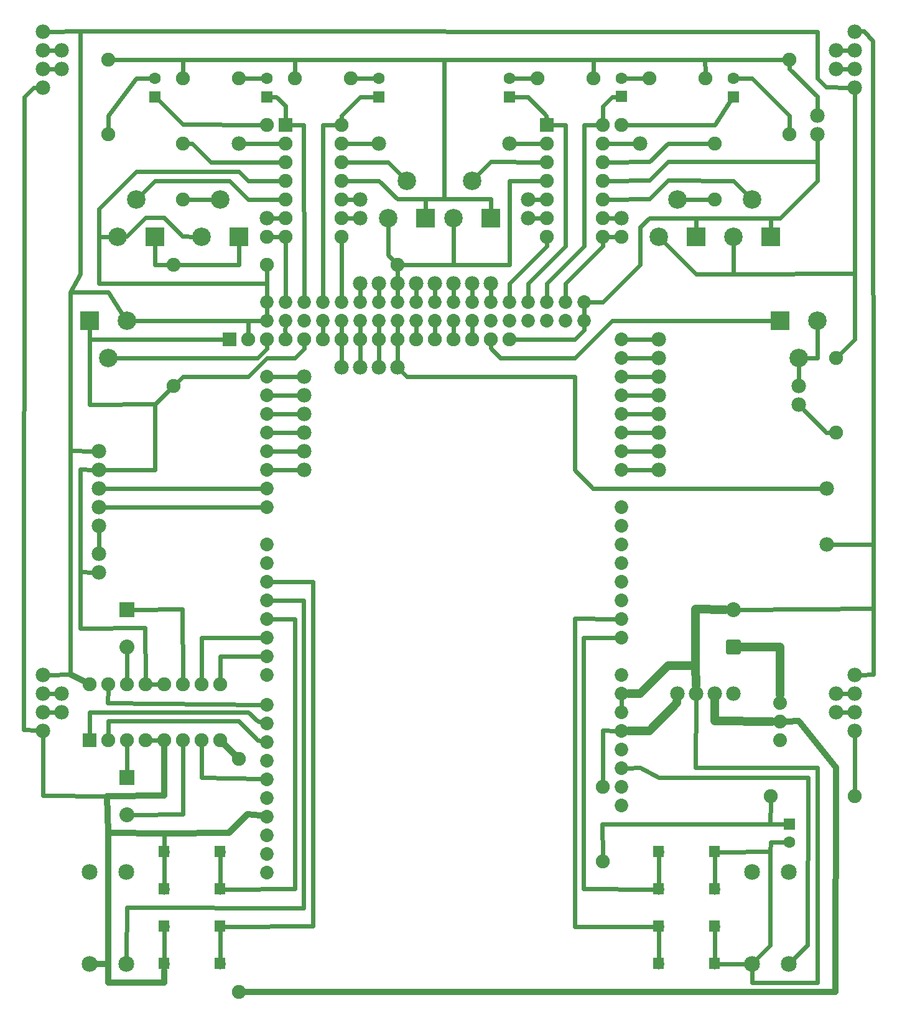
<source format=gbl>
G04 MADE WITH FRITZING*
G04 WWW.FRITZING.ORG*
G04 SINGLE SIDED*
G04 HOLES NOT PLATED*
G04 CONTOUR ON CENTER OF CONTOUR VECTOR*
%ASAXBY*%
%FSLAX23Y23*%
%MOIN*%
%OFA0B0*%
%SFA1.0B1.0*%
%ADD10C,0.078000*%
%ADD11C,0.075000*%
%ADD12C,0.099000*%
%ADD13C,0.062992*%
%ADD14C,0.080000*%
%ADD15C,0.072917*%
%ADD16C,0.074000*%
%ADD17C,0.059370*%
%ADD18C,0.085000*%
%ADD19R,0.075000X0.075000*%
%ADD20R,0.099000X0.099000*%
%ADD21R,0.062992X0.062992*%
%ADD22R,0.079986X0.080000*%
%ADD23C,0.024000*%
%ADD24C,0.048000*%
%ADD25C,0.032000*%
%ADD26C,0.020000*%
%ADD27R,0.001000X0.001000*%
%LNCOPPER0*%
G90*
G70*
G54D10*
X1877Y3916D03*
X1977Y3916D03*
X2077Y3916D03*
X2177Y3916D03*
X2277Y3916D03*
X2377Y3916D03*
X2477Y3916D03*
X2577Y3916D03*
X1877Y3916D03*
X1977Y3916D03*
X2077Y3916D03*
X2177Y3916D03*
X2277Y3916D03*
X2377Y3916D03*
X2477Y3916D03*
X2577Y3916D03*
X477Y3016D03*
X477Y2916D03*
X477Y2816D03*
X477Y2716D03*
X477Y2616D03*
X477Y3016D03*
X477Y2916D03*
X477Y2816D03*
X477Y2716D03*
X477Y2616D03*
G54D11*
X877Y3366D03*
X877Y4016D03*
G54D10*
X1777Y3466D03*
X1877Y3466D03*
X1977Y3466D03*
X2077Y3466D03*
X1777Y3466D03*
X1877Y3466D03*
X1977Y3466D03*
X2077Y3466D03*
X477Y2466D03*
X477Y2366D03*
X477Y2466D03*
X477Y2366D03*
G54D11*
X3777Y4366D03*
X3777Y4666D03*
X927Y4366D03*
X927Y4666D03*
G54D10*
X4527Y4966D03*
X4527Y5066D03*
X4527Y5166D03*
X4527Y5266D03*
X4527Y4966D03*
X4527Y5066D03*
X4527Y5166D03*
X4527Y5266D03*
X4527Y1516D03*
X4527Y1616D03*
X4527Y1716D03*
X4527Y1816D03*
X4527Y1516D03*
X4527Y1616D03*
X4527Y1716D03*
X4527Y1816D03*
X177Y1816D03*
X177Y1716D03*
X177Y1616D03*
X177Y1516D03*
X177Y1816D03*
X177Y1716D03*
X177Y1616D03*
X177Y1516D03*
G54D11*
X4077Y1166D03*
X4527Y1166D03*
G54D10*
X4427Y1716D03*
X4427Y1616D03*
X4427Y1716D03*
X4427Y1616D03*
X277Y1716D03*
X277Y1616D03*
X277Y1716D03*
X277Y1616D03*
X177Y5266D03*
X177Y5166D03*
X177Y5066D03*
X177Y4966D03*
X177Y5266D03*
X177Y5166D03*
X177Y5066D03*
X177Y4966D03*
X277Y5166D03*
X277Y5066D03*
X277Y5166D03*
X277Y5066D03*
X4427Y5166D03*
X4427Y5066D03*
X4427Y5166D03*
X4427Y5066D03*
X4327Y4816D03*
X4327Y4716D03*
X4327Y4816D03*
X4327Y4716D03*
G54D11*
X1477Y4766D03*
X1777Y4766D03*
X1477Y4666D03*
X1777Y4666D03*
X1477Y4566D03*
X1777Y4566D03*
X1477Y4466D03*
X1777Y4466D03*
X1477Y4366D03*
X1777Y4366D03*
X1477Y4266D03*
X1777Y4266D03*
X1477Y4166D03*
X1777Y4166D03*
G54D12*
X2377Y4266D03*
X2577Y4266D03*
X2477Y4466D03*
X2377Y4266D03*
X2577Y4266D03*
X2477Y4466D03*
X2027Y4266D03*
X2227Y4266D03*
X2127Y4466D03*
X2027Y4266D03*
X2227Y4266D03*
X2127Y4466D03*
X3877Y4166D03*
X4077Y4166D03*
X3977Y4366D03*
X3877Y4166D03*
X4077Y4166D03*
X3977Y4366D03*
X3477Y4166D03*
X3677Y4166D03*
X3577Y4366D03*
X3477Y4166D03*
X3677Y4166D03*
X3577Y4366D03*
X1027Y4166D03*
X1227Y4166D03*
X1127Y4366D03*
X1027Y4166D03*
X1227Y4166D03*
X1127Y4366D03*
X577Y4166D03*
X777Y4166D03*
X677Y4366D03*
X577Y4166D03*
X777Y4166D03*
X677Y4366D03*
G54D11*
X2077Y4016D03*
X1377Y4016D03*
X3277Y4166D03*
X3277Y4766D03*
X1377Y4166D03*
X1377Y4766D03*
G54D13*
X3877Y4916D03*
X3877Y5014D03*
X3877Y4916D03*
X3877Y5014D03*
X3277Y4917D03*
X3277Y5016D03*
X3277Y4917D03*
X3277Y5016D03*
X2677Y4916D03*
X2677Y5014D03*
X2677Y4916D03*
X2677Y5014D03*
X1977Y4916D03*
X1977Y5014D03*
X1977Y4916D03*
X1977Y5014D03*
X1377Y4916D03*
X1377Y5014D03*
X1377Y4916D03*
X1377Y5014D03*
X777Y4916D03*
X777Y5014D03*
X777Y4916D03*
X777Y5014D03*
G54D11*
X3127Y5016D03*
X2827Y5016D03*
X3427Y5016D03*
X3727Y5016D03*
X4177Y5116D03*
X4177Y4716D03*
X4177Y5116D03*
X4177Y4716D03*
X527Y5116D03*
X527Y4716D03*
X527Y5116D03*
X527Y4716D03*
X1527Y5016D03*
X1827Y5016D03*
X927Y5016D03*
X1227Y5016D03*
G54D14*
X3877Y1966D03*
X3877Y2166D03*
X627Y2166D03*
X627Y1966D03*
X627Y1266D03*
X627Y1066D03*
G54D15*
X3277Y3016D03*
X3277Y1416D03*
X3277Y3116D03*
X3277Y3216D03*
X3277Y3316D03*
X3277Y3416D03*
X1877Y3716D03*
X3277Y3516D03*
X3277Y3616D03*
X1377Y1456D03*
X3277Y2016D03*
X3277Y2116D03*
X3277Y2216D03*
X3277Y2316D03*
X2677Y3716D03*
X3277Y2416D03*
X3277Y2516D03*
X3277Y2616D03*
X3277Y2716D03*
X1377Y2216D03*
X1477Y3716D03*
X2277Y3716D03*
X3077Y3716D03*
X1377Y1056D03*
X3277Y1816D03*
X1377Y1816D03*
X1677Y3716D03*
X2077Y3716D03*
X2477Y3716D03*
X1377Y3416D03*
X2877Y3716D03*
X1377Y3316D03*
X1377Y3216D03*
X1377Y3116D03*
X1377Y3016D03*
X1377Y2916D03*
X1377Y2816D03*
X1377Y2716D03*
X1377Y856D03*
X1377Y1256D03*
X1377Y1656D03*
X3277Y1216D03*
X3277Y1616D03*
X1377Y2416D03*
X1377Y2016D03*
X1377Y3716D03*
X1577Y3716D03*
X1777Y3716D03*
X1977Y3716D03*
X2177Y3716D03*
X2377Y3716D03*
X2577Y3716D03*
X2777Y3716D03*
X2977Y3716D03*
X1377Y756D03*
X1377Y956D03*
X1377Y1156D03*
X1377Y1356D03*
X1377Y1556D03*
X3277Y1116D03*
X3277Y1316D03*
X3277Y1516D03*
X3277Y1716D03*
X1377Y2516D03*
X1377Y2316D03*
X1377Y2116D03*
X1377Y1916D03*
X1377Y3816D03*
X1477Y3816D03*
X1577Y3816D03*
X1677Y3816D03*
X1777Y3816D03*
X1877Y3816D03*
X1977Y3816D03*
X2077Y3816D03*
X2177Y3816D03*
X2277Y3816D03*
X2377Y3816D03*
X2477Y3816D03*
X2577Y3816D03*
X2677Y3816D03*
X2777Y3816D03*
X2877Y3816D03*
X2977Y3816D03*
X3077Y3816D03*
X3277Y2916D03*
G54D10*
X3877Y1716D03*
X3777Y1716D03*
X3677Y1716D03*
X3577Y1716D03*
X3877Y1716D03*
X3777Y1716D03*
X3677Y1716D03*
X3577Y1716D03*
G54D16*
X4127Y1666D03*
X4127Y1566D03*
X4127Y1466D03*
X4127Y1666D03*
X4127Y1566D03*
X4127Y1466D03*
X4127Y1666D03*
X4127Y1566D03*
X4127Y1466D03*
G54D17*
X3777Y866D03*
X3477Y866D03*
X3777Y666D03*
X3477Y666D03*
X3777Y866D03*
X3477Y866D03*
X3777Y666D03*
X3477Y666D03*
X3777Y866D03*
X3477Y866D03*
X3777Y666D03*
X3477Y666D03*
G54D18*
X3977Y758D03*
X4173Y758D03*
X4173Y266D03*
X3977Y266D03*
X3977Y758D03*
X4173Y758D03*
X4173Y266D03*
X3977Y266D03*
X3977Y758D03*
X4173Y758D03*
X4173Y266D03*
X3977Y266D03*
G54D13*
X4177Y1016D03*
X4177Y917D03*
X4177Y1016D03*
X4177Y917D03*
G54D11*
X3177Y816D03*
X3177Y1216D03*
X3177Y816D03*
X3177Y1216D03*
X1227Y116D03*
X1227Y1366D03*
X1177Y3616D03*
X1277Y3616D03*
X1377Y3616D03*
X1477Y3616D03*
X1577Y3616D03*
X1677Y3616D03*
X1777Y3616D03*
X1877Y3616D03*
X1977Y3616D03*
X2077Y3616D03*
X2177Y3616D03*
X2277Y3616D03*
X2377Y3616D03*
X2477Y3616D03*
X2577Y3616D03*
X2677Y3616D03*
G54D12*
X627Y3716D03*
X427Y3716D03*
X527Y3516D03*
X627Y3716D03*
X427Y3716D03*
X527Y3516D03*
X4327Y3716D03*
X4127Y3716D03*
X4227Y3516D03*
X4327Y3716D03*
X4127Y3716D03*
X4227Y3516D03*
G54D11*
X4427Y3116D03*
X4427Y3516D03*
X4427Y3116D03*
X4427Y3516D03*
G54D10*
X4227Y3266D03*
X4227Y3366D03*
X4227Y3266D03*
X4227Y3366D03*
G54D11*
X427Y1466D03*
X427Y1766D03*
X527Y1466D03*
X527Y1766D03*
X627Y1466D03*
X627Y1766D03*
X727Y1466D03*
X727Y1766D03*
X827Y1466D03*
X827Y1766D03*
X927Y1466D03*
X927Y1766D03*
X1027Y1466D03*
X1027Y1766D03*
X1127Y1466D03*
X1127Y1766D03*
G54D18*
X427Y758D03*
X623Y758D03*
X623Y266D03*
X427Y266D03*
X427Y758D03*
X623Y758D03*
X623Y266D03*
X427Y266D03*
X427Y758D03*
X623Y758D03*
X623Y266D03*
X427Y266D03*
G54D17*
X827Y666D03*
X1127Y666D03*
X827Y866D03*
X1127Y866D03*
X827Y666D03*
X1127Y666D03*
X827Y866D03*
X1127Y866D03*
X827Y666D03*
X1127Y666D03*
X827Y866D03*
X1127Y866D03*
X827Y266D03*
X1127Y266D03*
X827Y466D03*
X1127Y466D03*
X827Y266D03*
X1127Y266D03*
X827Y466D03*
X1127Y466D03*
X827Y266D03*
X1127Y266D03*
X827Y466D03*
X1127Y466D03*
X3477Y266D03*
X3777Y266D03*
X3477Y466D03*
X3777Y466D03*
X3477Y266D03*
X3777Y266D03*
X3477Y466D03*
X3777Y466D03*
X3477Y266D03*
X3777Y266D03*
X3477Y466D03*
X3777Y466D03*
G54D11*
X2877Y4766D03*
X3177Y4766D03*
X2877Y4666D03*
X3177Y4666D03*
X2877Y4566D03*
X3177Y4566D03*
X2877Y4466D03*
X3177Y4466D03*
X2877Y4366D03*
X3177Y4366D03*
X2877Y4266D03*
X3177Y4266D03*
X2877Y4166D03*
X3177Y4166D03*
G54D10*
X4377Y2816D03*
X4377Y2516D03*
X1377Y4266D03*
X3277Y4266D03*
X3377Y4666D03*
X1877Y4266D03*
X1877Y4366D03*
X1877Y4266D03*
X1877Y4366D03*
X2777Y4266D03*
X2777Y4366D03*
X2777Y4266D03*
X2777Y4366D03*
X1227Y4666D03*
X2677Y4666D03*
X1977Y4666D03*
X3477Y3616D03*
X3477Y3516D03*
X3477Y3416D03*
X3477Y3316D03*
X3477Y3216D03*
X3477Y3116D03*
X3477Y3016D03*
X3477Y2916D03*
X3477Y3616D03*
X3477Y3516D03*
X3477Y3416D03*
X3477Y3316D03*
X3477Y3216D03*
X3477Y3116D03*
X3477Y3016D03*
X3477Y2916D03*
X1577Y3416D03*
X1577Y3316D03*
X1577Y3216D03*
X1577Y3116D03*
X1577Y3016D03*
X1577Y2916D03*
G54D19*
X1477Y4766D03*
G54D20*
X2577Y4266D03*
X2577Y4266D03*
X2227Y4266D03*
X2227Y4266D03*
X4077Y4166D03*
X4077Y4166D03*
X3677Y4166D03*
X3677Y4166D03*
X1227Y4166D03*
X1227Y4166D03*
X777Y4166D03*
X777Y4166D03*
G54D21*
X3877Y4916D03*
X3877Y4916D03*
X3277Y4917D03*
X3277Y4917D03*
X2677Y4916D03*
X2677Y4916D03*
X1977Y4916D03*
X1977Y4916D03*
X1377Y4916D03*
X1377Y4916D03*
X777Y4916D03*
X777Y4916D03*
G54D22*
X627Y2166D03*
X627Y1266D03*
G54D21*
X4177Y1016D03*
X4177Y1016D03*
G54D19*
X1176Y3616D03*
G54D20*
X427Y3716D03*
X427Y3716D03*
X4127Y3716D03*
X4127Y3716D03*
G54D19*
X427Y1466D03*
X2877Y4766D03*
G54D23*
X3426Y4266D02*
X3377Y4217D01*
D02*
X3377Y4015D02*
X3177Y3815D01*
D02*
X3377Y4217D02*
X3377Y4015D01*
D02*
X3677Y4265D02*
X3426Y4266D01*
D02*
X3177Y3815D02*
X3107Y3816D01*
D02*
X3876Y3966D02*
X4527Y3967D01*
D02*
X376Y3964D02*
X325Y3867D01*
D02*
X4326Y5015D02*
X4328Y5264D01*
D02*
X4375Y4967D02*
X4326Y5015D01*
D02*
X376Y5268D02*
X376Y3964D01*
D02*
X4328Y5264D02*
X376Y5268D01*
D02*
X2577Y3846D02*
X2577Y3886D01*
D02*
X2477Y3846D02*
X2477Y3886D01*
D02*
X2377Y3846D02*
X2377Y3886D01*
D02*
X2277Y3846D02*
X2277Y3886D01*
D02*
X2177Y3846D02*
X2177Y3886D01*
D02*
X2077Y3846D02*
X2077Y3886D01*
D02*
X1977Y3846D02*
X1977Y3886D01*
D02*
X1877Y3846D02*
X1877Y3886D01*
D02*
X1346Y2716D02*
X507Y2716D01*
D02*
X507Y2816D02*
X1346Y2816D01*
D02*
X324Y3017D02*
X446Y3016D01*
D02*
X476Y4164D02*
X545Y4165D01*
D02*
X526Y3867D02*
X609Y3742D01*
D02*
X325Y3867D02*
X526Y3867D01*
D02*
X427Y3615D02*
X1148Y3616D01*
D02*
X427Y3684D02*
X427Y3615D01*
D02*
X777Y3267D02*
X856Y3346D01*
D02*
X429Y3266D02*
X777Y3267D01*
D02*
X427Y3615D02*
X429Y3266D01*
D02*
X378Y2367D02*
X378Y2917D01*
D02*
X378Y2064D02*
X378Y2367D01*
D02*
X725Y2067D02*
X378Y2064D01*
D02*
X378Y2917D02*
X446Y2916D01*
D02*
X726Y1794D02*
X725Y2067D01*
D02*
X777Y2915D02*
X507Y2916D01*
D02*
X777Y3267D02*
X777Y2915D01*
D02*
X1475Y3667D02*
X1476Y3644D01*
D02*
X1476Y3686D02*
X1475Y3667D01*
D02*
X926Y3416D02*
X1277Y3416D01*
D02*
X1576Y3566D02*
X1576Y3587D01*
D02*
X1277Y3416D02*
X1376Y3516D01*
D02*
X1376Y3516D02*
X1526Y3516D01*
D02*
X1526Y3516D02*
X1576Y3566D01*
D02*
X897Y3386D02*
X926Y3416D01*
D02*
X1677Y3686D02*
X1677Y3644D01*
D02*
X2477Y3686D02*
X2477Y3644D01*
D02*
X2377Y3644D02*
X2377Y3686D01*
D02*
X2277Y3644D02*
X2277Y3686D01*
D02*
X2177Y3644D02*
X2177Y3686D01*
D02*
X1777Y3644D02*
X1777Y3686D01*
D02*
X1877Y3644D02*
X1877Y3686D01*
D02*
X1977Y3644D02*
X1977Y3686D01*
D02*
X2077Y3644D02*
X2077Y3686D01*
D02*
X2077Y3587D02*
X2077Y3496D01*
D02*
X1977Y3587D02*
X1977Y3496D01*
D02*
X1877Y3587D02*
X1877Y3496D01*
D02*
X1777Y3587D02*
X1777Y3496D01*
D02*
X477Y2586D02*
X477Y2496D01*
D02*
X378Y2367D02*
X446Y2366D01*
G54D24*
D02*
X3675Y2167D02*
X3834Y2166D01*
D02*
X3675Y1865D02*
X3675Y2167D01*
G54D23*
D02*
X3608Y4366D02*
X3748Y4366D01*
D02*
X955Y4366D02*
X1095Y4366D01*
D02*
X827Y697D02*
X827Y835D01*
D02*
X1127Y697D02*
X1127Y835D01*
D02*
X829Y964D02*
X827Y897D01*
D02*
X1529Y2113D02*
X1529Y668D01*
D02*
X1529Y668D02*
X1157Y666D01*
D02*
X1407Y2115D02*
X1529Y2113D01*
D02*
X626Y567D02*
X624Y300D01*
D02*
X1574Y2215D02*
X1574Y566D01*
D02*
X1574Y566D02*
X626Y567D01*
D02*
X1407Y2216D02*
X1574Y2215D01*
D02*
X1624Y2315D02*
X1407Y2316D01*
D02*
X1624Y467D02*
X1624Y2315D01*
D02*
X1157Y466D02*
X1624Y467D01*
D02*
X3075Y2015D02*
X3246Y2016D01*
D02*
X3075Y668D02*
X3075Y2015D01*
D02*
X3446Y666D02*
X3075Y668D01*
D02*
X3027Y2117D02*
X3246Y2116D01*
D02*
X3027Y464D02*
X3027Y2117D01*
D02*
X3446Y466D02*
X3027Y464D01*
D02*
X325Y1817D02*
X207Y1816D01*
D02*
X178Y1168D02*
X177Y1486D01*
D02*
X521Y1163D02*
X178Y1168D01*
D02*
X4626Y1817D02*
X4629Y2170D01*
D02*
X4629Y2170D02*
X3908Y2166D01*
D02*
X4557Y1816D02*
X4626Y1817D01*
D02*
X4527Y1194D02*
X4527Y1486D01*
D02*
X4075Y1015D02*
X4076Y1137D01*
D02*
X4496Y1716D02*
X4457Y1716D01*
D02*
X4496Y1616D02*
X4457Y1616D01*
D02*
X207Y1716D02*
X246Y1716D01*
D02*
X207Y1616D02*
X246Y1616D01*
D02*
X207Y5166D02*
X246Y5166D01*
D02*
X207Y5066D02*
X246Y5066D01*
D02*
X376Y5268D02*
X207Y5266D01*
D02*
X126Y4966D02*
X146Y4966D01*
D02*
X74Y1520D02*
X77Y4916D01*
D02*
X77Y4916D02*
X126Y4966D01*
D02*
X147Y1517D02*
X74Y1520D01*
D02*
X4496Y5166D02*
X4457Y5166D01*
D02*
X4496Y5066D02*
X4457Y5066D01*
D02*
X4375Y4967D02*
X4496Y4966D01*
D02*
X4577Y5267D02*
X4557Y5267D01*
D02*
X4625Y5216D02*
X4577Y5267D01*
D02*
X4629Y2170D02*
X4627Y2514D01*
D02*
X4627Y2514D02*
X4625Y5216D01*
D02*
X4527Y3615D02*
X4447Y3536D01*
D02*
X4527Y3967D02*
X4527Y3615D01*
D02*
X4527Y3967D02*
X4527Y4936D01*
D02*
X4177Y4814D02*
X4177Y4744D01*
D02*
X3978Y5015D02*
X4177Y4814D01*
D02*
X3903Y5014D02*
X3978Y5015D01*
D02*
X3725Y5116D02*
X4148Y5116D01*
D02*
X527Y4814D02*
X676Y5015D01*
D02*
X676Y5015D02*
X750Y5014D01*
D02*
X527Y4744D02*
X527Y4814D01*
D02*
X928Y4767D02*
X796Y4897D01*
D02*
X1348Y4766D02*
X928Y4767D01*
D02*
X4326Y4567D02*
X4326Y4686D01*
D02*
X1076Y4565D02*
X1448Y4566D01*
D02*
X977Y4666D02*
X1076Y4565D01*
D02*
X955Y4666D02*
X977Y4666D01*
D02*
X677Y4365D02*
X685Y4335D01*
D02*
X1276Y4366D02*
X1176Y4466D01*
D02*
X776Y4465D02*
X677Y4365D01*
D02*
X1176Y4466D02*
X776Y4465D01*
D02*
X1448Y4366D02*
X1276Y4366D01*
D02*
X826Y4267D02*
X925Y4167D01*
D02*
X726Y4267D02*
X826Y4267D01*
D02*
X925Y4167D02*
X995Y4166D01*
D02*
X628Y4167D02*
X726Y4267D01*
D02*
X608Y4166D02*
X628Y4167D01*
D02*
X777Y4014D02*
X777Y4134D01*
D02*
X848Y4015D02*
X777Y4014D01*
D02*
X1226Y4013D02*
X905Y4016D01*
D02*
X1226Y4134D02*
X1226Y4013D01*
D02*
X3678Y3965D02*
X3499Y4143D01*
D02*
X3876Y3966D02*
X3678Y3965D01*
D02*
X3876Y4134D02*
X3876Y3966D01*
D02*
X3677Y4265D02*
X3677Y4197D01*
D02*
X4076Y4265D02*
X3677Y4265D01*
D02*
X4126Y4266D02*
X4327Y4466D01*
D02*
X4327Y4466D02*
X4326Y4567D01*
D02*
X4076Y4265D02*
X4126Y4266D01*
D02*
X4076Y4197D02*
X4076Y4265D01*
D02*
X476Y4164D02*
X477Y4314D01*
D02*
X1226Y4516D02*
X1277Y4466D01*
D02*
X677Y4516D02*
X1226Y4516D01*
D02*
X477Y4314D02*
X677Y4516D01*
D02*
X2378Y4016D02*
X2105Y4016D01*
D02*
X2377Y4234D02*
X2378Y4016D01*
D02*
X2576Y4367D02*
X2327Y4367D01*
D02*
X2228Y4367D02*
X2227Y4297D01*
D02*
X2327Y4367D02*
X2326Y5114D01*
D02*
X2327Y4367D02*
X2228Y4367D01*
D02*
X2576Y4297D02*
X2576Y4367D01*
D02*
X2027Y4565D02*
X2104Y4488D01*
D02*
X1805Y4566D02*
X2027Y4565D01*
D02*
X1427Y4915D02*
X1403Y4916D01*
D02*
X1476Y4867D02*
X1427Y4915D01*
D02*
X1476Y4794D02*
X1476Y4867D01*
D02*
X3776Y4766D02*
X3305Y4766D01*
D02*
X3862Y4893D02*
X3776Y4766D01*
D02*
X1778Y4816D02*
X1777Y4794D01*
D02*
X1877Y4915D02*
X1778Y4816D01*
D02*
X1950Y4916D02*
X1877Y4915D01*
D02*
X1950Y5014D02*
X1855Y5015D01*
D02*
X1350Y5014D02*
X1255Y5015D01*
D02*
X928Y5116D02*
X555Y5116D01*
D02*
X2703Y5014D02*
X2798Y5015D01*
D02*
X3303Y5016D02*
X3398Y5016D01*
D02*
X1527Y5115D02*
X1527Y5044D01*
D02*
X928Y5116D02*
X1527Y5115D01*
D02*
X927Y5044D02*
X928Y5116D01*
D02*
X3725Y5116D02*
X3726Y5044D01*
D02*
X3126Y5114D02*
X3725Y5116D01*
D02*
X3126Y5044D02*
X3126Y5114D01*
D02*
X2326Y5114D02*
X1527Y5115D01*
D02*
X3126Y5114D02*
X2326Y5114D01*
D02*
X1405Y4166D02*
X1448Y4166D01*
D02*
X1976Y4466D02*
X1805Y4466D01*
D02*
X2078Y4367D02*
X1976Y4466D01*
D02*
X2228Y4367D02*
X2078Y4367D01*
D02*
X2027Y4067D02*
X2027Y4234D01*
D02*
X2057Y4036D02*
X2027Y4067D01*
D02*
X1377Y3914D02*
X1377Y3987D01*
D02*
X479Y3914D02*
X1377Y3914D01*
D02*
X476Y4164D02*
X479Y3914D01*
D02*
X925Y2168D02*
X927Y1794D01*
D02*
X658Y2166D02*
X925Y2168D01*
D02*
X1346Y2016D02*
X1026Y2015D01*
D02*
X627Y1935D02*
X627Y1794D01*
D02*
X627Y1297D02*
X627Y1437D01*
D02*
X927Y1437D02*
X927Y1068D01*
D02*
X927Y1068D02*
X658Y1066D01*
D02*
X525Y1665D02*
X526Y1737D01*
D02*
X526Y1567D02*
X526Y1494D01*
D02*
X1026Y1266D02*
X1027Y1437D01*
D02*
X1346Y1257D02*
X1026Y1266D01*
G54D24*
D02*
X3377Y1716D02*
X3318Y1716D01*
D02*
X3526Y1865D02*
X3377Y1716D01*
D02*
X3675Y1865D02*
X3526Y1865D01*
D02*
X3676Y1757D02*
X3675Y1865D01*
D02*
X3575Y1664D02*
X3575Y1675D01*
D02*
X3426Y1515D02*
X3575Y1664D01*
D02*
X3318Y1516D02*
X3426Y1515D01*
D02*
X3776Y1567D02*
X4084Y1566D01*
D02*
X4126Y1966D02*
X3919Y1966D01*
D02*
X4127Y1708D02*
X4126Y1966D01*
D02*
X3776Y1675D02*
X3776Y1567D01*
G54D23*
D02*
X3277Y1686D02*
X3277Y1646D01*
D02*
X4275Y365D02*
X4276Y1265D01*
D02*
X3478Y1265D02*
X3377Y1317D01*
D02*
X3377Y1317D02*
X3307Y1316D01*
D02*
X4275Y1265D02*
X3478Y1265D01*
D02*
X4198Y290D02*
X4275Y365D01*
D02*
X3675Y1317D02*
X3677Y1686D01*
D02*
X3977Y164D02*
X4326Y164D01*
D02*
X4326Y164D02*
X4328Y1317D01*
D02*
X4328Y1317D02*
X3675Y1317D01*
D02*
X3977Y231D02*
X3977Y164D01*
D02*
X3175Y1015D02*
X3176Y844D01*
D02*
X4075Y1015D02*
X3175Y1015D01*
D02*
X4150Y1016D02*
X4075Y1015D01*
D02*
X3177Y1518D02*
X3177Y1244D01*
D02*
X3246Y1516D02*
X3177Y1518D01*
D02*
X4079Y917D02*
X4150Y917D01*
D02*
X4075Y867D02*
X4079Y917D01*
D02*
X4075Y365D02*
X4075Y867D01*
D02*
X4001Y290D02*
X4075Y365D01*
D02*
X3777Y697D02*
X3777Y835D01*
D02*
X4075Y867D02*
X3807Y866D01*
D02*
X3477Y697D02*
X3477Y835D01*
G54D25*
D02*
X4428Y1317D02*
X4424Y116D01*
D02*
X4227Y1567D02*
X4428Y1317D01*
D02*
X4163Y1566D02*
X4227Y1567D01*
D02*
X4424Y116D02*
X1261Y116D01*
D02*
X325Y1817D02*
X396Y1781D01*
D02*
X1202Y1390D02*
X1151Y1442D01*
D02*
X1275Y1068D02*
X1341Y1060D01*
D02*
X1175Y968D02*
X1275Y1068D01*
D02*
X829Y964D02*
X1175Y968D01*
D02*
X526Y968D02*
X829Y964D01*
D02*
X827Y1168D02*
X521Y1163D01*
D02*
X827Y1432D02*
X827Y1168D01*
D02*
X521Y1163D02*
X526Y968D01*
G54D23*
D02*
X798Y1466D02*
X755Y1466D01*
D02*
X798Y1766D02*
X755Y1766D01*
D02*
X1276Y3644D02*
X1276Y3716D01*
D02*
X1276Y3716D02*
X1346Y3716D01*
D02*
X3076Y3666D02*
X3026Y3616D01*
D02*
X3076Y3686D02*
X3076Y3666D01*
D02*
X3026Y3616D02*
X2705Y3616D01*
D02*
X1377Y3746D02*
X1377Y3786D01*
D02*
X3077Y3746D02*
X3077Y3786D01*
D02*
X1376Y3566D02*
X1376Y3587D01*
D02*
X1326Y3514D02*
X1376Y3566D01*
D02*
X558Y3516D02*
X1327Y3514D01*
D02*
X3026Y3516D02*
X2626Y3516D01*
D02*
X3226Y3716D02*
X3026Y3516D01*
D02*
X4095Y3716D02*
X3226Y3716D01*
D02*
X2578Y3567D02*
X2577Y3587D01*
D02*
X2626Y3516D02*
X2578Y3567D01*
D02*
X4375Y3114D02*
X4398Y3115D01*
D02*
X4248Y3244D02*
X4375Y3114D01*
D02*
X4227Y3484D02*
X4227Y3396D01*
D02*
X1026Y2015D02*
X1027Y1794D01*
D02*
X1126Y1915D02*
X1126Y1794D01*
D02*
X1346Y1916D02*
X1126Y1915D01*
D02*
X525Y1665D02*
X1346Y1656D01*
D02*
X526Y1567D02*
X1227Y1567D01*
D02*
X1278Y1615D02*
X427Y1615D01*
D02*
X427Y1615D02*
X427Y1494D01*
D02*
X1326Y1567D02*
X1347Y1562D01*
D02*
X1278Y1615D02*
X1326Y1567D01*
D02*
X1326Y1465D02*
X1347Y1461D01*
D02*
X1227Y1567D02*
X1326Y1465D01*
G54D25*
D02*
X527Y266D02*
X467Y266D01*
D02*
X526Y968D02*
X527Y266D01*
G54D23*
D02*
X3942Y266D02*
X3807Y266D01*
D02*
X3777Y435D02*
X3777Y297D01*
D02*
X3477Y435D02*
X3477Y297D01*
G54D25*
D02*
X527Y166D02*
X827Y166D01*
D02*
X827Y166D02*
X827Y229D01*
D02*
X527Y266D02*
X527Y166D01*
G54D23*
D02*
X827Y297D02*
X827Y435D01*
D02*
X1127Y297D02*
X1127Y435D01*
D02*
X324Y3017D02*
X325Y3867D01*
D02*
X325Y1817D02*
X324Y3017D01*
D02*
X676Y3716D02*
X658Y3716D01*
D02*
X1276Y3716D02*
X676Y3716D01*
D02*
X1477Y4137D02*
X1477Y3846D01*
D02*
X1575Y4765D02*
X1505Y4766D01*
D02*
X1577Y3846D02*
X1575Y4765D01*
D02*
X1676Y4765D02*
X1748Y4766D01*
D02*
X1677Y3846D02*
X1676Y4765D01*
D02*
X1777Y4137D02*
X1777Y3846D01*
D02*
X3177Y4115D02*
X3177Y4137D01*
D02*
X2977Y3916D02*
X3177Y4115D01*
D02*
X2977Y3846D02*
X2977Y3916D01*
D02*
X3077Y4115D02*
X3077Y4766D01*
D02*
X3077Y4766D02*
X3148Y4766D01*
D02*
X2877Y3916D02*
X3077Y4115D01*
D02*
X2877Y3846D02*
X2877Y3916D01*
D02*
X2777Y3916D02*
X2978Y4115D01*
D02*
X2978Y4115D02*
X2977Y4766D01*
D02*
X2977Y4766D02*
X2905Y4766D01*
D02*
X2777Y3846D02*
X2777Y3916D01*
D02*
X3426Y4367D02*
X3526Y4467D01*
D02*
X3526Y4467D02*
X3877Y4466D01*
D02*
X3205Y4366D02*
X3426Y4367D01*
D02*
X4326Y4917D02*
X4177Y5066D01*
D02*
X4177Y5066D02*
X4177Y5087D01*
D02*
X4326Y4846D02*
X4326Y4917D01*
D02*
X3248Y4166D02*
X3205Y4166D01*
D02*
X3227Y4915D02*
X3176Y4866D01*
D02*
X3250Y4916D02*
X3227Y4915D01*
D02*
X3426Y4567D02*
X3526Y4665D01*
D02*
X3526Y4665D02*
X3748Y4666D01*
D02*
X3205Y4566D02*
X3426Y4567D01*
D02*
X2576Y4567D02*
X2499Y4488D01*
D02*
X2848Y4566D02*
X2576Y4567D01*
D02*
X3526Y4567D02*
X4326Y4567D01*
D02*
X2875Y4815D02*
X2777Y4915D01*
D02*
X2876Y4794D02*
X2875Y4815D01*
D02*
X3877Y4466D02*
X3954Y4388D01*
D02*
X2677Y4015D02*
X2678Y4466D01*
D02*
X2378Y4016D02*
X2677Y4015D01*
D02*
X3176Y4866D02*
X3176Y4794D01*
D02*
X2777Y4915D02*
X2703Y4916D01*
D02*
X3426Y4467D02*
X3526Y4567D01*
D02*
X3205Y4466D02*
X3426Y4467D01*
D02*
X2827Y4465D02*
X2848Y4465D01*
D02*
X2827Y4465D02*
X2827Y4465D01*
D02*
X2678Y4466D02*
X2827Y4465D01*
D02*
X2876Y4115D02*
X2876Y4137D01*
D02*
X2677Y3916D02*
X2876Y4115D01*
D02*
X2677Y3846D02*
X2677Y3916D01*
D02*
X1377Y3914D02*
X1377Y3846D01*
D02*
X1277Y4466D02*
X1448Y4466D01*
D02*
X4627Y2514D02*
X4407Y2516D01*
D02*
X2126Y3416D02*
X3028Y3416D01*
D02*
X3028Y3416D02*
X3028Y2916D01*
D02*
X3028Y2916D02*
X3125Y2816D01*
D02*
X3125Y2816D02*
X4346Y2816D01*
D02*
X2098Y3444D02*
X2126Y3416D01*
D02*
X4258Y3516D02*
X4327Y3515D01*
D02*
X4327Y3515D02*
X4327Y3684D01*
D02*
X1448Y4666D02*
X1257Y4666D01*
D02*
X1407Y4266D02*
X1448Y4266D01*
D02*
X1946Y4666D02*
X1805Y4666D01*
D02*
X2848Y4666D02*
X2707Y4666D01*
D02*
X2848Y4266D02*
X2807Y4266D01*
D02*
X2077Y3946D02*
X2077Y3987D01*
D02*
X1805Y4266D02*
X1846Y4266D01*
D02*
X3246Y4266D02*
X3205Y4266D01*
D02*
X3346Y4666D02*
X3205Y4666D01*
D02*
X3446Y3616D02*
X3307Y3616D01*
D02*
X3446Y3516D02*
X3307Y3516D01*
D02*
X3446Y3416D02*
X3307Y3416D01*
D02*
X3446Y3316D02*
X3307Y3316D01*
D02*
X3446Y3216D02*
X3307Y3216D01*
D02*
X3446Y3116D02*
X3307Y3116D01*
D02*
X3446Y3016D02*
X3307Y3016D01*
D02*
X3446Y2916D02*
X3307Y2916D01*
D02*
X1546Y2916D02*
X1407Y2916D01*
D02*
X1546Y3016D02*
X1407Y3016D01*
D02*
X1546Y3116D02*
X1407Y3116D01*
D02*
X1546Y3216D02*
X1407Y3216D01*
D02*
X1546Y3316D02*
X1407Y3316D01*
D02*
X1546Y3416D02*
X1407Y3416D01*
D02*
X1805Y4366D02*
X1846Y4366D01*
D02*
X2848Y4366D02*
X2807Y4366D01*
G54D26*
X3847Y1936D02*
X3847Y1996D01*
X3907Y1996D01*
X3907Y1936D01*
X3847Y1936D01*
D02*
G54D27*
X797Y896D02*
X855Y896D01*
X1097Y896D02*
X1155Y896D01*
X3447Y896D02*
X3505Y896D01*
X3747Y896D02*
X3805Y896D01*
X797Y895D02*
X855Y895D01*
X1097Y895D02*
X1155Y895D01*
X3447Y895D02*
X3505Y895D01*
X3747Y895D02*
X3805Y895D01*
X797Y894D02*
X855Y894D01*
X1097Y894D02*
X1155Y894D01*
X3447Y894D02*
X3505Y894D01*
X3747Y894D02*
X3805Y894D01*
X797Y893D02*
X855Y893D01*
X1097Y893D02*
X1155Y893D01*
X3447Y893D02*
X3505Y893D01*
X3747Y893D02*
X3805Y893D01*
X797Y892D02*
X855Y892D01*
X1097Y892D02*
X1155Y892D01*
X3447Y892D02*
X3505Y892D01*
X3747Y892D02*
X3805Y892D01*
X797Y891D02*
X855Y891D01*
X1097Y891D02*
X1155Y891D01*
X3447Y891D02*
X3505Y891D01*
X3747Y891D02*
X3805Y891D01*
X797Y890D02*
X855Y890D01*
X1097Y890D02*
X1155Y890D01*
X3447Y890D02*
X3505Y890D01*
X3747Y890D02*
X3805Y890D01*
X797Y889D02*
X855Y889D01*
X1097Y889D02*
X1155Y889D01*
X3447Y889D02*
X3505Y889D01*
X3747Y889D02*
X3805Y889D01*
X797Y888D02*
X855Y888D01*
X1097Y888D02*
X1155Y888D01*
X3447Y888D02*
X3505Y888D01*
X3747Y888D02*
X3805Y888D01*
X797Y887D02*
X855Y887D01*
X1097Y887D02*
X1155Y887D01*
X3447Y887D02*
X3505Y887D01*
X3747Y887D02*
X3805Y887D01*
X797Y886D02*
X820Y886D01*
X832Y886D02*
X855Y886D01*
X1097Y886D02*
X1120Y886D01*
X1132Y886D02*
X1155Y886D01*
X3447Y886D02*
X3470Y886D01*
X3482Y886D02*
X3505Y886D01*
X3747Y886D02*
X3770Y886D01*
X3782Y886D02*
X3805Y886D01*
X797Y885D02*
X817Y885D01*
X835Y885D02*
X855Y885D01*
X1097Y885D02*
X1117Y885D01*
X1135Y885D02*
X1155Y885D01*
X3447Y885D02*
X3467Y885D01*
X3484Y885D02*
X3505Y885D01*
X3747Y885D02*
X3767Y885D01*
X3784Y885D02*
X3805Y885D01*
X797Y884D02*
X815Y884D01*
X837Y884D02*
X855Y884D01*
X1097Y884D02*
X1115Y884D01*
X1137Y884D02*
X1155Y884D01*
X3447Y884D02*
X3465Y884D01*
X3486Y884D02*
X3505Y884D01*
X3747Y884D02*
X3765Y884D01*
X3786Y884D02*
X3805Y884D01*
X797Y883D02*
X814Y883D01*
X838Y883D02*
X855Y883D01*
X1097Y883D02*
X1114Y883D01*
X1138Y883D02*
X1155Y883D01*
X3447Y883D02*
X3464Y883D01*
X3488Y883D02*
X3505Y883D01*
X3747Y883D02*
X3764Y883D01*
X3788Y883D02*
X3805Y883D01*
X797Y882D02*
X813Y882D01*
X839Y882D02*
X855Y882D01*
X1097Y882D02*
X1113Y882D01*
X1139Y882D02*
X1155Y882D01*
X3447Y882D02*
X3463Y882D01*
X3489Y882D02*
X3505Y882D01*
X3747Y882D02*
X3762Y882D01*
X3789Y882D02*
X3805Y882D01*
X797Y881D02*
X812Y881D01*
X840Y881D02*
X855Y881D01*
X1097Y881D02*
X1112Y881D01*
X1140Y881D02*
X1155Y881D01*
X3447Y881D02*
X3461Y881D01*
X3490Y881D02*
X3505Y881D01*
X3747Y881D02*
X3761Y881D01*
X3790Y881D02*
X3805Y881D01*
X797Y880D02*
X811Y880D01*
X841Y880D02*
X855Y880D01*
X1097Y880D02*
X1111Y880D01*
X1141Y880D02*
X1155Y880D01*
X3447Y880D02*
X3460Y880D01*
X3491Y880D02*
X3505Y880D01*
X3747Y880D02*
X3760Y880D01*
X3791Y880D02*
X3805Y880D01*
X797Y879D02*
X810Y879D01*
X842Y879D02*
X855Y879D01*
X1097Y879D02*
X1110Y879D01*
X1142Y879D02*
X1155Y879D01*
X3447Y879D02*
X3460Y879D01*
X3492Y879D02*
X3505Y879D01*
X3747Y879D02*
X3760Y879D01*
X3792Y879D02*
X3805Y879D01*
X797Y878D02*
X809Y878D01*
X843Y878D02*
X855Y878D01*
X1097Y878D02*
X1109Y878D01*
X1143Y878D02*
X1155Y878D01*
X3447Y878D02*
X3459Y878D01*
X3493Y878D02*
X3505Y878D01*
X3747Y878D02*
X3759Y878D01*
X3793Y878D02*
X3805Y878D01*
X797Y877D02*
X809Y877D01*
X843Y877D02*
X855Y877D01*
X1097Y877D02*
X1109Y877D01*
X1143Y877D02*
X1155Y877D01*
X3447Y877D02*
X3458Y877D01*
X3493Y877D02*
X3505Y877D01*
X3747Y877D02*
X3758Y877D01*
X3793Y877D02*
X3805Y877D01*
X797Y876D02*
X808Y876D01*
X844Y876D02*
X855Y876D01*
X1097Y876D02*
X1108Y876D01*
X1144Y876D02*
X1155Y876D01*
X3447Y876D02*
X3458Y876D01*
X3494Y876D02*
X3505Y876D01*
X3747Y876D02*
X3758Y876D01*
X3794Y876D02*
X3805Y876D01*
X797Y875D02*
X808Y875D01*
X845Y875D02*
X855Y875D01*
X1097Y875D02*
X1107Y875D01*
X1145Y875D02*
X1155Y875D01*
X3447Y875D02*
X3457Y875D01*
X3494Y875D02*
X3505Y875D01*
X3747Y875D02*
X3757Y875D01*
X3794Y875D02*
X3805Y875D01*
X797Y874D02*
X807Y874D01*
X845Y874D02*
X855Y874D01*
X1097Y874D02*
X1107Y874D01*
X1145Y874D02*
X1155Y874D01*
X3447Y874D02*
X3457Y874D01*
X3495Y874D02*
X3505Y874D01*
X3747Y874D02*
X3757Y874D01*
X3795Y874D02*
X3805Y874D01*
X797Y873D02*
X807Y873D01*
X845Y873D02*
X855Y873D01*
X1097Y873D02*
X1107Y873D01*
X1145Y873D02*
X1155Y873D01*
X3447Y873D02*
X3457Y873D01*
X3495Y873D02*
X3505Y873D01*
X3747Y873D02*
X3757Y873D01*
X3795Y873D02*
X3805Y873D01*
X797Y872D02*
X807Y872D01*
X846Y872D02*
X855Y872D01*
X1097Y872D02*
X1106Y872D01*
X1146Y872D02*
X1155Y872D01*
X3447Y872D02*
X3456Y872D01*
X3495Y872D02*
X3505Y872D01*
X3747Y872D02*
X3756Y872D01*
X3795Y872D02*
X3805Y872D01*
X797Y871D02*
X806Y871D01*
X846Y871D02*
X855Y871D01*
X1097Y871D02*
X1106Y871D01*
X1146Y871D02*
X1155Y871D01*
X3447Y871D02*
X3456Y871D01*
X3496Y871D02*
X3505Y871D01*
X3747Y871D02*
X3756Y871D01*
X3796Y871D02*
X3805Y871D01*
X797Y870D02*
X806Y870D01*
X846Y870D02*
X855Y870D01*
X1097Y870D02*
X1106Y870D01*
X1146Y870D02*
X1155Y870D01*
X3447Y870D02*
X3456Y870D01*
X3496Y870D02*
X3505Y870D01*
X3747Y870D02*
X3756Y870D01*
X3796Y870D02*
X3805Y870D01*
X797Y869D02*
X806Y869D01*
X846Y869D02*
X855Y869D01*
X1097Y869D02*
X1106Y869D01*
X1146Y869D02*
X1155Y869D01*
X3447Y869D02*
X3456Y869D01*
X3496Y869D02*
X3505Y869D01*
X3747Y869D02*
X3756Y869D01*
X3796Y869D02*
X3805Y869D01*
X797Y868D02*
X806Y868D01*
X846Y868D02*
X855Y868D01*
X1097Y868D02*
X1106Y868D01*
X1146Y868D02*
X1155Y868D01*
X3447Y868D02*
X3456Y868D01*
X3496Y868D02*
X3505Y868D01*
X3747Y868D02*
X3756Y868D01*
X3796Y868D02*
X3805Y868D01*
X797Y867D02*
X806Y867D01*
X846Y867D02*
X855Y867D01*
X1097Y867D02*
X1106Y867D01*
X1146Y867D02*
X1155Y867D01*
X3447Y867D02*
X3456Y867D01*
X3496Y867D02*
X3505Y867D01*
X3747Y867D02*
X3756Y867D01*
X3796Y867D02*
X3805Y867D01*
X797Y866D02*
X806Y866D01*
X846Y866D02*
X855Y866D01*
X1097Y866D02*
X1106Y866D01*
X1146Y866D02*
X1155Y866D01*
X3447Y866D02*
X3456Y866D01*
X3496Y866D02*
X3505Y866D01*
X3747Y866D02*
X3756Y866D01*
X3796Y866D02*
X3805Y866D01*
X797Y865D02*
X806Y865D01*
X846Y865D02*
X855Y865D01*
X1097Y865D02*
X1106Y865D01*
X1146Y865D02*
X1155Y865D01*
X3447Y865D02*
X3456Y865D01*
X3496Y865D02*
X3505Y865D01*
X3747Y865D02*
X3756Y865D01*
X3796Y865D02*
X3805Y865D01*
X797Y864D02*
X806Y864D01*
X846Y864D02*
X855Y864D01*
X1097Y864D02*
X1106Y864D01*
X1146Y864D02*
X1155Y864D01*
X3447Y864D02*
X3456Y864D01*
X3496Y864D02*
X3505Y864D01*
X3747Y864D02*
X3756Y864D01*
X3796Y864D02*
X3805Y864D01*
X797Y863D02*
X806Y863D01*
X846Y863D02*
X855Y863D01*
X1097Y863D02*
X1106Y863D01*
X1146Y863D02*
X1155Y863D01*
X3447Y863D02*
X3456Y863D01*
X3496Y863D02*
X3505Y863D01*
X3747Y863D02*
X3756Y863D01*
X3795Y863D02*
X3805Y863D01*
X797Y862D02*
X807Y862D01*
X845Y862D02*
X855Y862D01*
X1097Y862D02*
X1107Y862D01*
X1145Y862D02*
X1155Y862D01*
X3447Y862D02*
X3456Y862D01*
X3495Y862D02*
X3505Y862D01*
X3747Y862D02*
X3756Y862D01*
X3795Y862D02*
X3805Y862D01*
X797Y861D02*
X807Y861D01*
X845Y861D02*
X855Y861D01*
X1097Y861D02*
X1107Y861D01*
X1145Y861D02*
X1155Y861D01*
X3447Y861D02*
X3457Y861D01*
X3495Y861D02*
X3505Y861D01*
X3747Y861D02*
X3757Y861D01*
X3795Y861D02*
X3805Y861D01*
X797Y860D02*
X807Y860D01*
X845Y860D02*
X855Y860D01*
X1097Y860D02*
X1107Y860D01*
X1145Y860D02*
X1155Y860D01*
X3447Y860D02*
X3457Y860D01*
X3495Y860D02*
X3505Y860D01*
X3747Y860D02*
X3757Y860D01*
X3795Y860D02*
X3805Y860D01*
X797Y859D02*
X808Y859D01*
X844Y859D02*
X855Y859D01*
X1097Y859D02*
X1108Y859D01*
X1144Y859D02*
X1155Y859D01*
X3447Y859D02*
X3457Y859D01*
X3494Y859D02*
X3505Y859D01*
X3747Y859D02*
X3757Y859D01*
X3794Y859D02*
X3805Y859D01*
X797Y858D02*
X808Y858D01*
X844Y858D02*
X855Y858D01*
X1097Y858D02*
X1108Y858D01*
X1144Y858D02*
X1155Y858D01*
X3447Y858D02*
X3458Y858D01*
X3494Y858D02*
X3505Y858D01*
X3747Y858D02*
X3758Y858D01*
X3794Y858D02*
X3805Y858D01*
X797Y857D02*
X809Y857D01*
X843Y857D02*
X855Y857D01*
X1097Y857D02*
X1109Y857D01*
X1143Y857D02*
X1155Y857D01*
X3447Y857D02*
X3459Y857D01*
X3493Y857D02*
X3505Y857D01*
X3747Y857D02*
X3758Y857D01*
X3793Y857D02*
X3805Y857D01*
X797Y856D02*
X809Y856D01*
X843Y856D02*
X855Y856D01*
X1097Y856D02*
X1109Y856D01*
X1143Y856D02*
X1155Y856D01*
X3447Y856D02*
X3459Y856D01*
X3492Y856D02*
X3505Y856D01*
X3747Y856D02*
X3759Y856D01*
X3792Y856D02*
X3805Y856D01*
X797Y855D02*
X810Y855D01*
X842Y855D02*
X855Y855D01*
X1097Y855D02*
X1110Y855D01*
X1142Y855D02*
X1155Y855D01*
X3447Y855D02*
X3460Y855D01*
X3492Y855D02*
X3505Y855D01*
X3747Y855D02*
X3760Y855D01*
X3792Y855D02*
X3805Y855D01*
X797Y854D02*
X811Y854D01*
X841Y854D02*
X855Y854D01*
X1097Y854D02*
X1111Y854D01*
X1141Y854D02*
X1155Y854D01*
X3447Y854D02*
X3461Y854D01*
X3491Y854D02*
X3505Y854D01*
X3747Y854D02*
X3761Y854D01*
X3791Y854D02*
X3805Y854D01*
X797Y853D02*
X812Y853D01*
X840Y853D02*
X855Y853D01*
X1097Y853D02*
X1112Y853D01*
X1140Y853D02*
X1155Y853D01*
X3447Y853D02*
X3462Y853D01*
X3490Y853D02*
X3505Y853D01*
X3747Y853D02*
X3762Y853D01*
X3790Y853D02*
X3805Y853D01*
X797Y852D02*
X813Y852D01*
X839Y852D02*
X855Y852D01*
X1097Y852D02*
X1113Y852D01*
X1139Y852D02*
X1155Y852D01*
X3447Y852D02*
X3463Y852D01*
X3489Y852D02*
X3505Y852D01*
X3747Y852D02*
X3763Y852D01*
X3789Y852D02*
X3805Y852D01*
X797Y851D02*
X814Y851D01*
X838Y851D02*
X855Y851D01*
X1097Y851D02*
X1114Y851D01*
X1138Y851D02*
X1155Y851D01*
X3447Y851D02*
X3464Y851D01*
X3487Y851D02*
X3505Y851D01*
X3747Y851D02*
X3764Y851D01*
X3787Y851D02*
X3805Y851D01*
X797Y850D02*
X816Y850D01*
X836Y850D02*
X855Y850D01*
X1097Y850D02*
X1116Y850D01*
X1136Y850D02*
X1155Y850D01*
X3447Y850D02*
X3466Y850D01*
X3486Y850D02*
X3505Y850D01*
X3747Y850D02*
X3766Y850D01*
X3786Y850D02*
X3805Y850D01*
X797Y849D02*
X818Y849D01*
X834Y849D02*
X855Y849D01*
X1097Y849D02*
X1118Y849D01*
X1134Y849D02*
X1155Y849D01*
X3447Y849D02*
X3468Y849D01*
X3484Y849D02*
X3505Y849D01*
X3747Y849D02*
X3768Y849D01*
X3784Y849D02*
X3805Y849D01*
X797Y848D02*
X821Y848D01*
X831Y848D02*
X855Y848D01*
X1097Y848D02*
X1121Y848D01*
X1131Y848D02*
X1155Y848D01*
X3447Y848D02*
X3471Y848D01*
X3481Y848D02*
X3505Y848D01*
X3747Y848D02*
X3771Y848D01*
X3781Y848D02*
X3805Y848D01*
X797Y847D02*
X855Y847D01*
X1097Y847D02*
X1155Y847D01*
X3447Y847D02*
X3505Y847D01*
X3747Y847D02*
X3805Y847D01*
X797Y846D02*
X855Y846D01*
X1097Y846D02*
X1155Y846D01*
X3447Y846D02*
X3505Y846D01*
X3747Y846D02*
X3805Y846D01*
X797Y845D02*
X855Y845D01*
X1097Y845D02*
X1155Y845D01*
X3447Y845D02*
X3505Y845D01*
X3747Y845D02*
X3805Y845D01*
X797Y844D02*
X855Y844D01*
X1097Y844D02*
X1155Y844D01*
X3447Y844D02*
X3505Y844D01*
X3747Y844D02*
X3805Y844D01*
X797Y843D02*
X855Y843D01*
X1097Y843D02*
X1155Y843D01*
X3447Y843D02*
X3505Y843D01*
X3747Y843D02*
X3805Y843D01*
X797Y842D02*
X855Y842D01*
X1097Y842D02*
X1155Y842D01*
X3447Y842D02*
X3505Y842D01*
X3747Y842D02*
X3805Y842D01*
X797Y841D02*
X855Y841D01*
X1097Y841D02*
X1155Y841D01*
X3447Y841D02*
X3505Y841D01*
X3747Y841D02*
X3805Y841D01*
X797Y840D02*
X855Y840D01*
X1097Y840D02*
X1155Y840D01*
X3447Y840D02*
X3505Y840D01*
X3747Y840D02*
X3805Y840D01*
X797Y839D02*
X855Y839D01*
X1097Y839D02*
X1155Y839D01*
X3447Y839D02*
X3505Y839D01*
X3747Y839D02*
X3805Y839D01*
X797Y838D02*
X855Y838D01*
X1097Y838D02*
X1155Y838D01*
X3447Y838D02*
X3505Y838D01*
X3747Y838D02*
X3805Y838D01*
X797Y696D02*
X855Y696D01*
X1097Y696D02*
X1155Y696D01*
X3447Y696D02*
X3505Y696D01*
X3747Y696D02*
X3805Y696D01*
X797Y695D02*
X855Y695D01*
X1097Y695D02*
X1155Y695D01*
X3447Y695D02*
X3505Y695D01*
X3747Y695D02*
X3805Y695D01*
X797Y694D02*
X855Y694D01*
X1097Y694D02*
X1155Y694D01*
X3447Y694D02*
X3505Y694D01*
X3747Y694D02*
X3805Y694D01*
X797Y693D02*
X855Y693D01*
X1097Y693D02*
X1155Y693D01*
X3447Y693D02*
X3505Y693D01*
X3747Y693D02*
X3805Y693D01*
X797Y692D02*
X855Y692D01*
X1097Y692D02*
X1155Y692D01*
X3447Y692D02*
X3505Y692D01*
X3747Y692D02*
X3805Y692D01*
X797Y691D02*
X855Y691D01*
X1097Y691D02*
X1155Y691D01*
X3447Y691D02*
X3505Y691D01*
X3747Y691D02*
X3805Y691D01*
X797Y690D02*
X855Y690D01*
X1097Y690D02*
X1155Y690D01*
X3447Y690D02*
X3505Y690D01*
X3747Y690D02*
X3805Y690D01*
X797Y689D02*
X855Y689D01*
X1097Y689D02*
X1155Y689D01*
X3447Y689D02*
X3505Y689D01*
X3747Y689D02*
X3805Y689D01*
X797Y688D02*
X855Y688D01*
X1097Y688D02*
X1155Y688D01*
X3447Y688D02*
X3505Y688D01*
X3747Y688D02*
X3805Y688D01*
X797Y687D02*
X855Y687D01*
X1097Y687D02*
X1155Y687D01*
X3447Y687D02*
X3505Y687D01*
X3747Y687D02*
X3805Y687D01*
X797Y686D02*
X820Y686D01*
X832Y686D02*
X855Y686D01*
X1097Y686D02*
X1120Y686D01*
X1132Y686D02*
X1155Y686D01*
X3447Y686D02*
X3470Y686D01*
X3482Y686D02*
X3505Y686D01*
X3747Y686D02*
X3770Y686D01*
X3782Y686D02*
X3805Y686D01*
X797Y685D02*
X817Y685D01*
X835Y685D02*
X855Y685D01*
X1097Y685D02*
X1117Y685D01*
X1135Y685D02*
X1155Y685D01*
X3447Y685D02*
X3467Y685D01*
X3485Y685D02*
X3505Y685D01*
X3747Y685D02*
X3767Y685D01*
X3785Y685D02*
X3805Y685D01*
X797Y684D02*
X815Y684D01*
X837Y684D02*
X855Y684D01*
X1097Y684D02*
X1115Y684D01*
X1137Y684D02*
X1155Y684D01*
X3447Y684D02*
X3465Y684D01*
X3486Y684D02*
X3505Y684D01*
X3747Y684D02*
X3765Y684D01*
X3786Y684D02*
X3805Y684D01*
X797Y683D02*
X814Y683D01*
X838Y683D02*
X855Y683D01*
X1097Y683D02*
X1114Y683D01*
X1138Y683D02*
X1155Y683D01*
X3447Y683D02*
X3464Y683D01*
X3488Y683D02*
X3505Y683D01*
X3747Y683D02*
X3764Y683D01*
X3788Y683D02*
X3805Y683D01*
X797Y682D02*
X813Y682D01*
X839Y682D02*
X855Y682D01*
X1097Y682D02*
X1113Y682D01*
X1139Y682D02*
X1155Y682D01*
X3447Y682D02*
X3462Y682D01*
X3489Y682D02*
X3505Y682D01*
X3747Y682D02*
X3762Y682D01*
X3789Y682D02*
X3805Y682D01*
X797Y681D02*
X812Y681D01*
X840Y681D02*
X855Y681D01*
X1097Y681D02*
X1112Y681D01*
X1140Y681D02*
X1155Y681D01*
X3447Y681D02*
X3461Y681D01*
X3490Y681D02*
X3505Y681D01*
X3747Y681D02*
X3761Y681D01*
X3790Y681D02*
X3805Y681D01*
X797Y680D02*
X811Y680D01*
X841Y680D02*
X855Y680D01*
X1097Y680D02*
X1111Y680D01*
X1141Y680D02*
X1155Y680D01*
X3447Y680D02*
X3460Y680D01*
X3491Y680D02*
X3505Y680D01*
X3747Y680D02*
X3760Y680D01*
X3791Y680D02*
X3805Y680D01*
X797Y679D02*
X810Y679D01*
X842Y679D02*
X855Y679D01*
X1097Y679D02*
X1110Y679D01*
X1142Y679D02*
X1155Y679D01*
X3447Y679D02*
X3460Y679D01*
X3492Y679D02*
X3505Y679D01*
X3747Y679D02*
X3760Y679D01*
X3792Y679D02*
X3805Y679D01*
X797Y678D02*
X809Y678D01*
X843Y678D02*
X855Y678D01*
X1097Y678D02*
X1109Y678D01*
X1143Y678D02*
X1155Y678D01*
X3447Y678D02*
X3459Y678D01*
X3493Y678D02*
X3505Y678D01*
X3747Y678D02*
X3759Y678D01*
X3793Y678D02*
X3805Y678D01*
X797Y677D02*
X809Y677D01*
X843Y677D02*
X855Y677D01*
X1097Y677D02*
X1109Y677D01*
X1143Y677D02*
X1155Y677D01*
X3447Y677D02*
X3458Y677D01*
X3493Y677D02*
X3505Y677D01*
X3747Y677D02*
X3758Y677D01*
X3793Y677D02*
X3805Y677D01*
X797Y676D02*
X808Y676D01*
X844Y676D02*
X855Y676D01*
X1097Y676D02*
X1108Y676D01*
X1144Y676D02*
X1155Y676D01*
X3447Y676D02*
X3458Y676D01*
X3494Y676D02*
X3505Y676D01*
X3747Y676D02*
X3758Y676D01*
X3794Y676D02*
X3805Y676D01*
X797Y675D02*
X807Y675D01*
X845Y675D02*
X855Y675D01*
X1097Y675D02*
X1107Y675D01*
X1145Y675D02*
X1155Y675D01*
X3447Y675D02*
X3457Y675D01*
X3494Y675D02*
X3505Y675D01*
X3747Y675D02*
X3757Y675D01*
X3794Y675D02*
X3805Y675D01*
X797Y674D02*
X807Y674D01*
X845Y674D02*
X855Y674D01*
X1097Y674D02*
X1107Y674D01*
X1145Y674D02*
X1155Y674D01*
X3447Y674D02*
X3457Y674D01*
X3495Y674D02*
X3505Y674D01*
X3747Y674D02*
X3757Y674D01*
X3795Y674D02*
X3805Y674D01*
X797Y673D02*
X807Y673D01*
X845Y673D02*
X855Y673D01*
X1097Y673D02*
X1107Y673D01*
X1145Y673D02*
X1155Y673D01*
X3447Y673D02*
X3457Y673D01*
X3495Y673D02*
X3505Y673D01*
X3747Y673D02*
X3757Y673D01*
X3795Y673D02*
X3805Y673D01*
X797Y672D02*
X807Y672D01*
X846Y672D02*
X855Y672D01*
X1097Y672D02*
X1106Y672D01*
X1146Y672D02*
X1155Y672D01*
X3447Y672D02*
X3456Y672D01*
X3495Y672D02*
X3505Y672D01*
X3747Y672D02*
X3756Y672D01*
X3795Y672D02*
X3805Y672D01*
X797Y671D02*
X806Y671D01*
X846Y671D02*
X855Y671D01*
X1097Y671D02*
X1106Y671D01*
X1146Y671D02*
X1155Y671D01*
X3447Y671D02*
X3456Y671D01*
X3496Y671D02*
X3505Y671D01*
X3747Y671D02*
X3756Y671D01*
X3796Y671D02*
X3805Y671D01*
X797Y670D02*
X806Y670D01*
X846Y670D02*
X855Y670D01*
X1097Y670D02*
X1106Y670D01*
X1146Y670D02*
X1155Y670D01*
X3447Y670D02*
X3456Y670D01*
X3496Y670D02*
X3505Y670D01*
X3747Y670D02*
X3756Y670D01*
X3796Y670D02*
X3805Y670D01*
X797Y669D02*
X806Y669D01*
X846Y669D02*
X855Y669D01*
X1097Y669D02*
X1106Y669D01*
X1146Y669D02*
X1155Y669D01*
X3447Y669D02*
X3456Y669D01*
X3496Y669D02*
X3505Y669D01*
X3747Y669D02*
X3756Y669D01*
X3796Y669D02*
X3805Y669D01*
X797Y668D02*
X806Y668D01*
X846Y668D02*
X855Y668D01*
X1097Y668D02*
X1106Y668D01*
X1146Y668D02*
X1155Y668D01*
X3447Y668D02*
X3456Y668D01*
X3496Y668D02*
X3505Y668D01*
X3747Y668D02*
X3756Y668D01*
X3796Y668D02*
X3805Y668D01*
X797Y667D02*
X806Y667D01*
X846Y667D02*
X855Y667D01*
X1097Y667D02*
X1106Y667D01*
X1146Y667D02*
X1155Y667D01*
X3447Y667D02*
X3456Y667D01*
X3496Y667D02*
X3505Y667D01*
X3747Y667D02*
X3756Y667D01*
X3796Y667D02*
X3805Y667D01*
X797Y666D02*
X806Y666D01*
X846Y666D02*
X855Y666D01*
X1097Y666D02*
X1106Y666D01*
X1146Y666D02*
X1155Y666D01*
X3447Y666D02*
X3456Y666D01*
X3496Y666D02*
X3505Y666D01*
X3747Y666D02*
X3756Y666D01*
X3796Y666D02*
X3805Y666D01*
X797Y665D02*
X806Y665D01*
X846Y665D02*
X855Y665D01*
X1097Y665D02*
X1106Y665D01*
X1146Y665D02*
X1155Y665D01*
X3447Y665D02*
X3456Y665D01*
X3496Y665D02*
X3505Y665D01*
X3747Y665D02*
X3756Y665D01*
X3796Y665D02*
X3805Y665D01*
X797Y664D02*
X806Y664D01*
X846Y664D02*
X855Y664D01*
X1097Y664D02*
X1106Y664D01*
X1146Y664D02*
X1155Y664D01*
X3447Y664D02*
X3456Y664D01*
X3496Y664D02*
X3505Y664D01*
X3747Y664D02*
X3756Y664D01*
X3796Y664D02*
X3805Y664D01*
X797Y663D02*
X806Y663D01*
X846Y663D02*
X855Y663D01*
X1097Y663D02*
X1106Y663D01*
X1146Y663D02*
X1155Y663D01*
X3447Y663D02*
X3456Y663D01*
X3496Y663D02*
X3505Y663D01*
X3747Y663D02*
X3756Y663D01*
X3795Y663D02*
X3805Y663D01*
X797Y662D02*
X807Y662D01*
X845Y662D02*
X855Y662D01*
X1097Y662D02*
X1107Y662D01*
X1145Y662D02*
X1155Y662D01*
X3447Y662D02*
X3456Y662D01*
X3495Y662D02*
X3505Y662D01*
X3747Y662D02*
X3756Y662D01*
X3795Y662D02*
X3805Y662D01*
X797Y661D02*
X807Y661D01*
X845Y661D02*
X855Y661D01*
X1097Y661D02*
X1107Y661D01*
X1145Y661D02*
X1155Y661D01*
X3447Y661D02*
X3457Y661D01*
X3495Y661D02*
X3505Y661D01*
X3747Y661D02*
X3757Y661D01*
X3795Y661D02*
X3805Y661D01*
X797Y660D02*
X807Y660D01*
X845Y660D02*
X855Y660D01*
X1097Y660D02*
X1107Y660D01*
X1145Y660D02*
X1155Y660D01*
X3447Y660D02*
X3457Y660D01*
X3495Y660D02*
X3505Y660D01*
X3747Y660D02*
X3757Y660D01*
X3795Y660D02*
X3805Y660D01*
X797Y659D02*
X808Y659D01*
X844Y659D02*
X855Y659D01*
X1097Y659D02*
X1108Y659D01*
X1144Y659D02*
X1155Y659D01*
X3447Y659D02*
X3457Y659D01*
X3494Y659D02*
X3505Y659D01*
X3747Y659D02*
X3757Y659D01*
X3794Y659D02*
X3805Y659D01*
X797Y658D02*
X808Y658D01*
X844Y658D02*
X855Y658D01*
X1097Y658D02*
X1108Y658D01*
X1144Y658D02*
X1155Y658D01*
X3447Y658D02*
X3458Y658D01*
X3494Y658D02*
X3505Y658D01*
X3747Y658D02*
X3758Y658D01*
X3794Y658D02*
X3805Y658D01*
X797Y657D02*
X809Y657D01*
X843Y657D02*
X855Y657D01*
X1097Y657D02*
X1109Y657D01*
X1143Y657D02*
X1155Y657D01*
X3447Y657D02*
X3459Y657D01*
X3493Y657D02*
X3505Y657D01*
X3747Y657D02*
X3759Y657D01*
X3793Y657D02*
X3805Y657D01*
X797Y656D02*
X809Y656D01*
X843Y656D02*
X855Y656D01*
X1097Y656D02*
X1109Y656D01*
X1143Y656D02*
X1155Y656D01*
X3447Y656D02*
X3459Y656D01*
X3492Y656D02*
X3505Y656D01*
X3747Y656D02*
X3759Y656D01*
X3792Y656D02*
X3805Y656D01*
X797Y655D02*
X810Y655D01*
X842Y655D02*
X855Y655D01*
X1097Y655D02*
X1110Y655D01*
X1142Y655D02*
X1155Y655D01*
X3447Y655D02*
X3460Y655D01*
X3492Y655D02*
X3505Y655D01*
X3747Y655D02*
X3760Y655D01*
X3792Y655D02*
X3805Y655D01*
X797Y654D02*
X811Y654D01*
X841Y654D02*
X855Y654D01*
X1097Y654D02*
X1111Y654D01*
X1141Y654D02*
X1155Y654D01*
X3447Y654D02*
X3461Y654D01*
X3491Y654D02*
X3505Y654D01*
X3747Y654D02*
X3761Y654D01*
X3791Y654D02*
X3805Y654D01*
X797Y653D02*
X812Y653D01*
X840Y653D02*
X855Y653D01*
X1097Y653D02*
X1112Y653D01*
X1140Y653D02*
X1155Y653D01*
X3447Y653D02*
X3462Y653D01*
X3490Y653D02*
X3505Y653D01*
X3747Y653D02*
X3762Y653D01*
X3790Y653D02*
X3805Y653D01*
X797Y652D02*
X813Y652D01*
X839Y652D02*
X855Y652D01*
X1097Y652D02*
X1113Y652D01*
X1139Y652D02*
X1155Y652D01*
X3447Y652D02*
X3463Y652D01*
X3489Y652D02*
X3505Y652D01*
X3747Y652D02*
X3763Y652D01*
X3789Y652D02*
X3805Y652D01*
X797Y651D02*
X814Y651D01*
X838Y651D02*
X855Y651D01*
X1097Y651D02*
X1114Y651D01*
X1138Y651D02*
X1155Y651D01*
X3447Y651D02*
X3464Y651D01*
X3487Y651D02*
X3505Y651D01*
X3747Y651D02*
X3764Y651D01*
X3787Y651D02*
X3805Y651D01*
X797Y650D02*
X816Y650D01*
X836Y650D02*
X855Y650D01*
X1097Y650D02*
X1116Y650D01*
X1136Y650D02*
X1155Y650D01*
X3447Y650D02*
X3466Y650D01*
X3486Y650D02*
X3505Y650D01*
X3747Y650D02*
X3766Y650D01*
X3786Y650D02*
X3805Y650D01*
X797Y649D02*
X818Y649D01*
X834Y649D02*
X855Y649D01*
X1097Y649D02*
X1118Y649D01*
X1134Y649D02*
X1155Y649D01*
X3447Y649D02*
X3468Y649D01*
X3484Y649D02*
X3505Y649D01*
X3747Y649D02*
X3768Y649D01*
X3784Y649D02*
X3805Y649D01*
X797Y648D02*
X821Y648D01*
X831Y648D02*
X855Y648D01*
X1097Y648D02*
X1121Y648D01*
X1131Y648D02*
X1155Y648D01*
X3447Y648D02*
X3471Y648D01*
X3481Y648D02*
X3505Y648D01*
X3747Y648D02*
X3771Y648D01*
X3781Y648D02*
X3805Y648D01*
X797Y647D02*
X855Y647D01*
X1097Y647D02*
X1155Y647D01*
X3447Y647D02*
X3505Y647D01*
X3747Y647D02*
X3805Y647D01*
X797Y646D02*
X855Y646D01*
X1097Y646D02*
X1155Y646D01*
X3447Y646D02*
X3505Y646D01*
X3747Y646D02*
X3805Y646D01*
X797Y645D02*
X855Y645D01*
X1097Y645D02*
X1155Y645D01*
X3447Y645D02*
X3505Y645D01*
X3747Y645D02*
X3805Y645D01*
X797Y644D02*
X855Y644D01*
X1097Y644D02*
X1155Y644D01*
X3447Y644D02*
X3505Y644D01*
X3747Y644D02*
X3805Y644D01*
X797Y643D02*
X855Y643D01*
X1097Y643D02*
X1155Y643D01*
X3447Y643D02*
X3505Y643D01*
X3747Y643D02*
X3805Y643D01*
X797Y642D02*
X855Y642D01*
X1097Y642D02*
X1155Y642D01*
X3447Y642D02*
X3505Y642D01*
X3747Y642D02*
X3805Y642D01*
X797Y641D02*
X855Y641D01*
X1097Y641D02*
X1155Y641D01*
X3447Y641D02*
X3505Y641D01*
X3747Y641D02*
X3805Y641D01*
X797Y640D02*
X855Y640D01*
X1097Y640D02*
X1155Y640D01*
X3447Y640D02*
X3505Y640D01*
X3747Y640D02*
X3805Y640D01*
X797Y639D02*
X855Y639D01*
X1097Y639D02*
X1155Y639D01*
X3447Y639D02*
X3505Y639D01*
X3747Y639D02*
X3805Y639D01*
X797Y638D02*
X855Y638D01*
X1097Y638D02*
X1155Y638D01*
X3447Y638D02*
X3505Y638D01*
X3747Y638D02*
X3805Y638D01*
X797Y496D02*
X855Y496D01*
X1097Y496D02*
X1155Y496D01*
X3447Y496D02*
X3505Y496D01*
X3747Y496D02*
X3805Y496D01*
X797Y495D02*
X855Y495D01*
X1097Y495D02*
X1155Y495D01*
X3447Y495D02*
X3505Y495D01*
X3747Y495D02*
X3805Y495D01*
X797Y494D02*
X855Y494D01*
X1097Y494D02*
X1155Y494D01*
X3447Y494D02*
X3505Y494D01*
X3747Y494D02*
X3805Y494D01*
X797Y493D02*
X855Y493D01*
X1097Y493D02*
X1155Y493D01*
X3447Y493D02*
X3505Y493D01*
X3747Y493D02*
X3805Y493D01*
X797Y492D02*
X855Y492D01*
X1097Y492D02*
X1155Y492D01*
X3447Y492D02*
X3505Y492D01*
X3747Y492D02*
X3805Y492D01*
X797Y491D02*
X855Y491D01*
X1097Y491D02*
X1155Y491D01*
X3447Y491D02*
X3505Y491D01*
X3747Y491D02*
X3805Y491D01*
X797Y490D02*
X855Y490D01*
X1097Y490D02*
X1155Y490D01*
X3447Y490D02*
X3505Y490D01*
X3747Y490D02*
X3805Y490D01*
X797Y489D02*
X855Y489D01*
X1097Y489D02*
X1155Y489D01*
X3447Y489D02*
X3505Y489D01*
X3747Y489D02*
X3805Y489D01*
X797Y488D02*
X855Y488D01*
X1097Y488D02*
X1155Y488D01*
X3447Y488D02*
X3505Y488D01*
X3747Y488D02*
X3805Y488D01*
X797Y487D02*
X855Y487D01*
X1097Y487D02*
X1155Y487D01*
X3447Y487D02*
X3505Y487D01*
X3747Y487D02*
X3805Y487D01*
X797Y486D02*
X820Y486D01*
X832Y486D02*
X855Y486D01*
X1097Y486D02*
X1120Y486D01*
X1132Y486D02*
X1155Y486D01*
X3447Y486D02*
X3470Y486D01*
X3482Y486D02*
X3505Y486D01*
X3747Y486D02*
X3770Y486D01*
X3782Y486D02*
X3805Y486D01*
X797Y485D02*
X817Y485D01*
X835Y485D02*
X855Y485D01*
X1097Y485D02*
X1117Y485D01*
X1135Y485D02*
X1155Y485D01*
X3447Y485D02*
X3467Y485D01*
X3485Y485D02*
X3505Y485D01*
X3747Y485D02*
X3767Y485D01*
X3785Y485D02*
X3805Y485D01*
X797Y484D02*
X815Y484D01*
X837Y484D02*
X855Y484D01*
X1097Y484D02*
X1115Y484D01*
X1137Y484D02*
X1155Y484D01*
X3447Y484D02*
X3465Y484D01*
X3486Y484D02*
X3505Y484D01*
X3747Y484D02*
X3765Y484D01*
X3786Y484D02*
X3805Y484D01*
X797Y483D02*
X814Y483D01*
X838Y483D02*
X855Y483D01*
X1097Y483D02*
X1114Y483D01*
X1138Y483D02*
X1155Y483D01*
X3447Y483D02*
X3464Y483D01*
X3488Y483D02*
X3505Y483D01*
X3747Y483D02*
X3764Y483D01*
X3788Y483D02*
X3805Y483D01*
X797Y482D02*
X813Y482D01*
X839Y482D02*
X855Y482D01*
X1097Y482D02*
X1113Y482D01*
X1139Y482D02*
X1155Y482D01*
X3447Y482D02*
X3462Y482D01*
X3489Y482D02*
X3505Y482D01*
X3747Y482D02*
X3762Y482D01*
X3789Y482D02*
X3805Y482D01*
X797Y481D02*
X812Y481D01*
X841Y481D02*
X855Y481D01*
X1097Y481D02*
X1112Y481D01*
X1140Y481D02*
X1155Y481D01*
X3447Y481D02*
X3461Y481D01*
X3490Y481D02*
X3505Y481D01*
X3747Y481D02*
X3761Y481D01*
X3790Y481D02*
X3805Y481D01*
X797Y480D02*
X811Y480D01*
X841Y480D02*
X855Y480D01*
X1097Y480D02*
X1111Y480D01*
X1141Y480D02*
X1155Y480D01*
X3447Y480D02*
X3460Y480D01*
X3491Y480D02*
X3505Y480D01*
X3747Y480D02*
X3760Y480D01*
X3791Y480D02*
X3805Y480D01*
X797Y479D02*
X810Y479D01*
X842Y479D02*
X855Y479D01*
X1097Y479D02*
X1110Y479D01*
X1142Y479D02*
X1155Y479D01*
X3447Y479D02*
X3460Y479D01*
X3492Y479D02*
X3505Y479D01*
X3747Y479D02*
X3760Y479D01*
X3792Y479D02*
X3805Y479D01*
X797Y478D02*
X809Y478D01*
X843Y478D02*
X855Y478D01*
X1097Y478D02*
X1109Y478D01*
X1143Y478D02*
X1155Y478D01*
X3447Y478D02*
X3459Y478D01*
X3493Y478D02*
X3505Y478D01*
X3747Y478D02*
X3759Y478D01*
X3793Y478D02*
X3805Y478D01*
X797Y477D02*
X809Y477D01*
X843Y477D02*
X855Y477D01*
X1097Y477D02*
X1109Y477D01*
X1143Y477D02*
X1155Y477D01*
X3447Y477D02*
X3458Y477D01*
X3493Y477D02*
X3505Y477D01*
X3747Y477D02*
X3758Y477D01*
X3793Y477D02*
X3805Y477D01*
X797Y476D02*
X808Y476D01*
X844Y476D02*
X855Y476D01*
X1097Y476D02*
X1108Y476D01*
X1144Y476D02*
X1155Y476D01*
X3447Y476D02*
X3458Y476D01*
X3494Y476D02*
X3505Y476D01*
X3747Y476D02*
X3758Y476D01*
X3794Y476D02*
X3805Y476D01*
X797Y475D02*
X807Y475D01*
X845Y475D02*
X855Y475D01*
X1097Y475D02*
X1107Y475D01*
X1145Y475D02*
X1155Y475D01*
X3447Y475D02*
X3457Y475D01*
X3494Y475D02*
X3505Y475D01*
X3747Y475D02*
X3757Y475D01*
X3794Y475D02*
X3805Y475D01*
X797Y474D02*
X807Y474D01*
X845Y474D02*
X855Y474D01*
X1097Y474D02*
X1107Y474D01*
X1145Y474D02*
X1155Y474D01*
X3447Y474D02*
X3457Y474D01*
X3495Y474D02*
X3505Y474D01*
X3747Y474D02*
X3757Y474D01*
X3795Y474D02*
X3805Y474D01*
X797Y473D02*
X807Y473D01*
X845Y473D02*
X855Y473D01*
X1097Y473D02*
X1107Y473D01*
X1145Y473D02*
X1155Y473D01*
X3447Y473D02*
X3457Y473D01*
X3495Y473D02*
X3505Y473D01*
X3747Y473D02*
X3757Y473D01*
X3795Y473D02*
X3805Y473D01*
X797Y472D02*
X807Y472D01*
X846Y472D02*
X855Y472D01*
X1097Y472D02*
X1106Y472D01*
X1146Y472D02*
X1155Y472D01*
X3447Y472D02*
X3456Y472D01*
X3495Y472D02*
X3505Y472D01*
X3747Y472D02*
X3756Y472D01*
X3795Y472D02*
X3805Y472D01*
X797Y471D02*
X806Y471D01*
X846Y471D02*
X855Y471D01*
X1097Y471D02*
X1106Y471D01*
X1146Y471D02*
X1155Y471D01*
X3447Y471D02*
X3456Y471D01*
X3496Y471D02*
X3505Y471D01*
X3747Y471D02*
X3756Y471D01*
X3796Y471D02*
X3805Y471D01*
X797Y470D02*
X806Y470D01*
X846Y470D02*
X855Y470D01*
X1097Y470D02*
X1106Y470D01*
X1146Y470D02*
X1155Y470D01*
X3447Y470D02*
X3456Y470D01*
X3496Y470D02*
X3505Y470D01*
X3747Y470D02*
X3756Y470D01*
X3796Y470D02*
X3805Y470D01*
X797Y469D02*
X806Y469D01*
X846Y469D02*
X855Y469D01*
X1097Y469D02*
X1106Y469D01*
X1146Y469D02*
X1155Y469D01*
X3447Y469D02*
X3456Y469D01*
X3496Y469D02*
X3505Y469D01*
X3747Y469D02*
X3756Y469D01*
X3796Y469D02*
X3805Y469D01*
X797Y468D02*
X806Y468D01*
X846Y468D02*
X855Y468D01*
X1097Y468D02*
X1106Y468D01*
X1146Y468D02*
X1155Y468D01*
X3447Y468D02*
X3456Y468D01*
X3496Y468D02*
X3505Y468D01*
X3747Y468D02*
X3756Y468D01*
X3796Y468D02*
X3805Y468D01*
X797Y467D02*
X806Y467D01*
X846Y467D02*
X855Y467D01*
X1097Y467D02*
X1106Y467D01*
X1146Y467D02*
X1155Y467D01*
X3447Y467D02*
X3456Y467D01*
X3496Y467D02*
X3505Y467D01*
X3747Y467D02*
X3756Y467D01*
X3796Y467D02*
X3805Y467D01*
X797Y466D02*
X806Y466D01*
X846Y466D02*
X855Y466D01*
X1097Y466D02*
X1106Y466D01*
X1146Y466D02*
X1155Y466D01*
X3447Y466D02*
X3456Y466D01*
X3496Y466D02*
X3505Y466D01*
X3747Y466D02*
X3756Y466D01*
X3796Y466D02*
X3805Y466D01*
X797Y465D02*
X806Y465D01*
X846Y465D02*
X855Y465D01*
X1097Y465D02*
X1106Y465D01*
X1146Y465D02*
X1155Y465D01*
X3447Y465D02*
X3456Y465D01*
X3496Y465D02*
X3505Y465D01*
X3747Y465D02*
X3756Y465D01*
X3796Y465D02*
X3805Y465D01*
X797Y464D02*
X806Y464D01*
X846Y464D02*
X855Y464D01*
X1097Y464D02*
X1106Y464D01*
X1146Y464D02*
X1155Y464D01*
X3447Y464D02*
X3456Y464D01*
X3496Y464D02*
X3505Y464D01*
X3747Y464D02*
X3756Y464D01*
X3796Y464D02*
X3805Y464D01*
X797Y463D02*
X806Y463D01*
X846Y463D02*
X855Y463D01*
X1097Y463D02*
X1106Y463D01*
X1146Y463D02*
X1155Y463D01*
X3447Y463D02*
X3456Y463D01*
X3495Y463D02*
X3505Y463D01*
X3747Y463D02*
X3756Y463D01*
X3795Y463D02*
X3805Y463D01*
X797Y462D02*
X807Y462D01*
X845Y462D02*
X855Y462D01*
X1097Y462D02*
X1107Y462D01*
X1145Y462D02*
X1155Y462D01*
X3447Y462D02*
X3456Y462D01*
X3495Y462D02*
X3505Y462D01*
X3747Y462D02*
X3756Y462D01*
X3795Y462D02*
X3805Y462D01*
X797Y461D02*
X807Y461D01*
X845Y461D02*
X855Y461D01*
X1097Y461D02*
X1107Y461D01*
X1145Y461D02*
X1155Y461D01*
X3447Y461D02*
X3457Y461D01*
X3495Y461D02*
X3505Y461D01*
X3747Y461D02*
X3757Y461D01*
X3795Y461D02*
X3805Y461D01*
X797Y460D02*
X807Y460D01*
X845Y460D02*
X855Y460D01*
X1097Y460D02*
X1107Y460D01*
X1145Y460D02*
X1155Y460D01*
X3447Y460D02*
X3457Y460D01*
X3495Y460D02*
X3505Y460D01*
X3747Y460D02*
X3757Y460D01*
X3795Y460D02*
X3805Y460D01*
X797Y459D02*
X808Y459D01*
X844Y459D02*
X855Y459D01*
X1097Y459D02*
X1108Y459D01*
X1144Y459D02*
X1155Y459D01*
X3447Y459D02*
X3457Y459D01*
X3494Y459D02*
X3505Y459D01*
X3747Y459D02*
X3757Y459D01*
X3794Y459D02*
X3805Y459D01*
X797Y458D02*
X808Y458D01*
X844Y458D02*
X855Y458D01*
X1097Y458D02*
X1108Y458D01*
X1144Y458D02*
X1155Y458D01*
X3447Y458D02*
X3458Y458D01*
X3494Y458D02*
X3505Y458D01*
X3747Y458D02*
X3758Y458D01*
X3794Y458D02*
X3805Y458D01*
X797Y457D02*
X809Y457D01*
X843Y457D02*
X855Y457D01*
X1097Y457D02*
X1109Y457D01*
X1143Y457D02*
X1155Y457D01*
X3447Y457D02*
X3459Y457D01*
X3493Y457D02*
X3505Y457D01*
X3747Y457D02*
X3759Y457D01*
X3793Y457D02*
X3805Y457D01*
X797Y456D02*
X809Y456D01*
X843Y456D02*
X855Y456D01*
X1097Y456D02*
X1109Y456D01*
X1143Y456D02*
X1155Y456D01*
X3447Y456D02*
X3459Y456D01*
X3492Y456D02*
X3505Y456D01*
X3747Y456D02*
X3759Y456D01*
X3792Y456D02*
X3805Y456D01*
X797Y455D02*
X810Y455D01*
X842Y455D02*
X855Y455D01*
X1097Y455D02*
X1110Y455D01*
X1142Y455D02*
X1155Y455D01*
X3447Y455D02*
X3460Y455D01*
X3492Y455D02*
X3505Y455D01*
X3747Y455D02*
X3760Y455D01*
X3792Y455D02*
X3805Y455D01*
X797Y454D02*
X811Y454D01*
X841Y454D02*
X855Y454D01*
X1097Y454D02*
X1111Y454D01*
X1141Y454D02*
X1155Y454D01*
X3447Y454D02*
X3461Y454D01*
X3491Y454D02*
X3505Y454D01*
X3747Y454D02*
X3761Y454D01*
X3791Y454D02*
X3805Y454D01*
X797Y453D02*
X812Y453D01*
X840Y453D02*
X855Y453D01*
X1097Y453D02*
X1112Y453D01*
X1140Y453D02*
X1155Y453D01*
X3447Y453D02*
X3462Y453D01*
X3490Y453D02*
X3505Y453D01*
X3747Y453D02*
X3762Y453D01*
X3790Y453D02*
X3805Y453D01*
X797Y452D02*
X813Y452D01*
X839Y452D02*
X855Y452D01*
X1097Y452D02*
X1113Y452D01*
X1139Y452D02*
X1155Y452D01*
X3447Y452D02*
X3463Y452D01*
X3489Y452D02*
X3505Y452D01*
X3747Y452D02*
X3763Y452D01*
X3789Y452D02*
X3805Y452D01*
X797Y451D02*
X814Y451D01*
X838Y451D02*
X855Y451D01*
X1097Y451D02*
X1114Y451D01*
X1138Y451D02*
X1155Y451D01*
X3447Y451D02*
X3464Y451D01*
X3487Y451D02*
X3505Y451D01*
X3747Y451D02*
X3764Y451D01*
X3787Y451D02*
X3805Y451D01*
X797Y450D02*
X816Y450D01*
X836Y450D02*
X855Y450D01*
X1097Y450D02*
X1116Y450D01*
X1136Y450D02*
X1155Y450D01*
X3447Y450D02*
X3466Y450D01*
X3486Y450D02*
X3505Y450D01*
X3747Y450D02*
X3766Y450D01*
X3786Y450D02*
X3805Y450D01*
X797Y449D02*
X818Y449D01*
X834Y449D02*
X855Y449D01*
X1097Y449D02*
X1118Y449D01*
X1134Y449D02*
X1155Y449D01*
X3447Y449D02*
X3468Y449D01*
X3484Y449D02*
X3505Y449D01*
X3747Y449D02*
X3768Y449D01*
X3784Y449D02*
X3805Y449D01*
X797Y448D02*
X821Y448D01*
X831Y448D02*
X855Y448D01*
X1097Y448D02*
X1121Y448D01*
X1131Y448D02*
X1155Y448D01*
X3447Y448D02*
X3471Y448D01*
X3480Y448D02*
X3505Y448D01*
X3747Y448D02*
X3771Y448D01*
X3780Y448D02*
X3805Y448D01*
X797Y447D02*
X855Y447D01*
X1097Y447D02*
X1155Y447D01*
X3447Y447D02*
X3505Y447D01*
X3747Y447D02*
X3805Y447D01*
X797Y446D02*
X855Y446D01*
X1097Y446D02*
X1155Y446D01*
X3447Y446D02*
X3505Y446D01*
X3747Y446D02*
X3805Y446D01*
X797Y445D02*
X855Y445D01*
X1097Y445D02*
X1155Y445D01*
X3447Y445D02*
X3505Y445D01*
X3747Y445D02*
X3805Y445D01*
X797Y444D02*
X855Y444D01*
X1097Y444D02*
X1155Y444D01*
X3447Y444D02*
X3505Y444D01*
X3747Y444D02*
X3805Y444D01*
X797Y443D02*
X855Y443D01*
X1097Y443D02*
X1155Y443D01*
X3447Y443D02*
X3505Y443D01*
X3747Y443D02*
X3805Y443D01*
X797Y442D02*
X855Y442D01*
X1097Y442D02*
X1155Y442D01*
X3447Y442D02*
X3505Y442D01*
X3747Y442D02*
X3805Y442D01*
X797Y441D02*
X855Y441D01*
X1097Y441D02*
X1155Y441D01*
X3447Y441D02*
X3505Y441D01*
X3747Y441D02*
X3805Y441D01*
X797Y440D02*
X855Y440D01*
X1097Y440D02*
X1155Y440D01*
X3447Y440D02*
X3505Y440D01*
X3747Y440D02*
X3805Y440D01*
X797Y439D02*
X855Y439D01*
X1097Y439D02*
X1155Y439D01*
X3447Y439D02*
X3505Y439D01*
X3747Y439D02*
X3805Y439D01*
X797Y438D02*
X855Y438D01*
X1097Y438D02*
X1155Y438D01*
X3447Y438D02*
X3505Y438D01*
X3747Y438D02*
X3805Y438D01*
X797Y296D02*
X855Y296D01*
X1097Y296D02*
X1155Y296D01*
X3447Y296D02*
X3505Y296D01*
X3747Y296D02*
X3805Y296D01*
X797Y295D02*
X855Y295D01*
X1097Y295D02*
X1155Y295D01*
X3447Y295D02*
X3505Y295D01*
X3747Y295D02*
X3805Y295D01*
X797Y294D02*
X855Y294D01*
X1097Y294D02*
X1155Y294D01*
X3447Y294D02*
X3505Y294D01*
X3747Y294D02*
X3805Y294D01*
X797Y293D02*
X855Y293D01*
X1097Y293D02*
X1155Y293D01*
X3447Y293D02*
X3505Y293D01*
X3747Y293D02*
X3805Y293D01*
X797Y292D02*
X855Y292D01*
X1097Y292D02*
X1155Y292D01*
X3447Y292D02*
X3505Y292D01*
X3747Y292D02*
X3805Y292D01*
X797Y291D02*
X855Y291D01*
X1097Y291D02*
X1155Y291D01*
X3447Y291D02*
X3505Y291D01*
X3747Y291D02*
X3805Y291D01*
X797Y290D02*
X855Y290D01*
X1097Y290D02*
X1155Y290D01*
X3447Y290D02*
X3505Y290D01*
X3747Y290D02*
X3805Y290D01*
X797Y289D02*
X855Y289D01*
X1097Y289D02*
X1155Y289D01*
X3447Y289D02*
X3505Y289D01*
X3747Y289D02*
X3805Y289D01*
X797Y288D02*
X855Y288D01*
X1097Y288D02*
X1155Y288D01*
X3447Y288D02*
X3505Y288D01*
X3747Y288D02*
X3805Y288D01*
X797Y287D02*
X855Y287D01*
X1097Y287D02*
X1155Y287D01*
X3447Y287D02*
X3505Y287D01*
X3747Y287D02*
X3805Y287D01*
X797Y286D02*
X820Y286D01*
X832Y286D02*
X855Y286D01*
X1097Y286D02*
X1120Y286D01*
X1132Y286D02*
X1155Y286D01*
X3447Y286D02*
X3470Y286D01*
X3482Y286D02*
X3505Y286D01*
X3747Y286D02*
X3770Y286D01*
X3782Y286D02*
X3805Y286D01*
X797Y285D02*
X817Y285D01*
X835Y285D02*
X855Y285D01*
X1097Y285D02*
X1117Y285D01*
X1135Y285D02*
X1155Y285D01*
X3447Y285D02*
X3467Y285D01*
X3485Y285D02*
X3505Y285D01*
X3747Y285D02*
X3767Y285D01*
X3785Y285D02*
X3805Y285D01*
X797Y284D02*
X815Y284D01*
X837Y284D02*
X855Y284D01*
X1097Y284D02*
X1115Y284D01*
X1137Y284D02*
X1155Y284D01*
X3447Y284D02*
X3465Y284D01*
X3486Y284D02*
X3505Y284D01*
X3747Y284D02*
X3765Y284D01*
X3786Y284D02*
X3805Y284D01*
X797Y283D02*
X814Y283D01*
X838Y283D02*
X855Y283D01*
X1097Y283D02*
X1114Y283D01*
X1138Y283D02*
X1155Y283D01*
X3447Y283D02*
X3464Y283D01*
X3488Y283D02*
X3505Y283D01*
X3747Y283D02*
X3764Y283D01*
X3788Y283D02*
X3805Y283D01*
X797Y282D02*
X813Y282D01*
X839Y282D02*
X855Y282D01*
X1097Y282D02*
X1113Y282D01*
X1139Y282D02*
X1155Y282D01*
X3447Y282D02*
X3462Y282D01*
X3489Y282D02*
X3505Y282D01*
X3747Y282D02*
X3762Y282D01*
X3789Y282D02*
X3805Y282D01*
X797Y281D02*
X812Y281D01*
X841Y281D02*
X855Y281D01*
X1097Y281D02*
X1111Y281D01*
X1141Y281D02*
X1155Y281D01*
X3447Y281D02*
X3461Y281D01*
X3490Y281D02*
X3505Y281D01*
X3747Y281D02*
X3761Y281D01*
X3790Y281D02*
X3805Y281D01*
X797Y280D02*
X811Y280D01*
X841Y280D02*
X855Y280D01*
X1097Y280D02*
X1111Y280D01*
X1141Y280D02*
X1155Y280D01*
X3447Y280D02*
X3460Y280D01*
X3491Y280D02*
X3505Y280D01*
X3747Y280D02*
X3760Y280D01*
X3791Y280D02*
X3805Y280D01*
X797Y279D02*
X810Y279D01*
X842Y279D02*
X855Y279D01*
X1097Y279D02*
X1110Y279D01*
X1142Y279D02*
X1155Y279D01*
X3447Y279D02*
X3460Y279D01*
X3492Y279D02*
X3505Y279D01*
X3747Y279D02*
X3760Y279D01*
X3792Y279D02*
X3805Y279D01*
X797Y278D02*
X809Y278D01*
X843Y278D02*
X855Y278D01*
X1097Y278D02*
X1109Y278D01*
X1143Y278D02*
X1155Y278D01*
X3447Y278D02*
X3459Y278D01*
X3493Y278D02*
X3505Y278D01*
X3747Y278D02*
X3759Y278D01*
X3793Y278D02*
X3805Y278D01*
X797Y277D02*
X809Y277D01*
X844Y277D02*
X855Y277D01*
X1097Y277D02*
X1109Y277D01*
X1143Y277D02*
X1155Y277D01*
X3447Y277D02*
X3458Y277D01*
X3493Y277D02*
X3505Y277D01*
X3747Y277D02*
X3758Y277D01*
X3793Y277D02*
X3805Y277D01*
X797Y276D02*
X808Y276D01*
X844Y276D02*
X855Y276D01*
X1097Y276D02*
X1108Y276D01*
X1144Y276D02*
X1155Y276D01*
X3447Y276D02*
X3458Y276D01*
X3494Y276D02*
X3505Y276D01*
X3747Y276D02*
X3758Y276D01*
X3794Y276D02*
X3805Y276D01*
X797Y275D02*
X807Y275D01*
X845Y275D02*
X855Y275D01*
X1097Y275D02*
X1107Y275D01*
X1145Y275D02*
X1155Y275D01*
X3447Y275D02*
X3457Y275D01*
X3494Y275D02*
X3505Y275D01*
X3747Y275D02*
X3757Y275D01*
X3794Y275D02*
X3805Y275D01*
X797Y274D02*
X807Y274D01*
X845Y274D02*
X855Y274D01*
X1097Y274D02*
X1107Y274D01*
X1145Y274D02*
X1155Y274D01*
X3447Y274D02*
X3457Y274D01*
X3495Y274D02*
X3505Y274D01*
X3747Y274D02*
X3757Y274D01*
X3795Y274D02*
X3805Y274D01*
X797Y273D02*
X807Y273D01*
X845Y273D02*
X855Y273D01*
X1097Y273D02*
X1107Y273D01*
X1145Y273D02*
X1155Y273D01*
X3447Y273D02*
X3457Y273D01*
X3495Y273D02*
X3505Y273D01*
X3747Y273D02*
X3757Y273D01*
X3795Y273D02*
X3805Y273D01*
X797Y272D02*
X806Y272D01*
X846Y272D02*
X855Y272D01*
X1097Y272D02*
X1106Y272D01*
X1146Y272D02*
X1155Y272D01*
X3447Y272D02*
X3456Y272D01*
X3495Y272D02*
X3505Y272D01*
X3747Y272D02*
X3756Y272D01*
X3795Y272D02*
X3805Y272D01*
X797Y271D02*
X806Y271D01*
X846Y271D02*
X855Y271D01*
X1097Y271D02*
X1106Y271D01*
X1146Y271D02*
X1155Y271D01*
X3447Y271D02*
X3456Y271D01*
X3496Y271D02*
X3505Y271D01*
X3747Y271D02*
X3756Y271D01*
X3796Y271D02*
X3805Y271D01*
X797Y270D02*
X806Y270D01*
X846Y270D02*
X855Y270D01*
X1097Y270D02*
X1106Y270D01*
X1146Y270D02*
X1155Y270D01*
X3447Y270D02*
X3456Y270D01*
X3496Y270D02*
X3505Y270D01*
X3747Y270D02*
X3756Y270D01*
X3796Y270D02*
X3805Y270D01*
X797Y269D02*
X806Y269D01*
X846Y269D02*
X855Y269D01*
X1097Y269D02*
X1106Y269D01*
X1146Y269D02*
X1155Y269D01*
X3447Y269D02*
X3456Y269D01*
X3496Y269D02*
X3505Y269D01*
X3747Y269D02*
X3756Y269D01*
X3796Y269D02*
X3805Y269D01*
X797Y268D02*
X806Y268D01*
X846Y268D02*
X855Y268D01*
X1097Y268D02*
X1106Y268D01*
X1146Y268D02*
X1155Y268D01*
X3447Y268D02*
X3456Y268D01*
X3496Y268D02*
X3505Y268D01*
X3747Y268D02*
X3756Y268D01*
X3796Y268D02*
X3805Y268D01*
X797Y267D02*
X806Y267D01*
X846Y267D02*
X855Y267D01*
X1097Y267D02*
X1106Y267D01*
X1146Y267D02*
X1155Y267D01*
X3447Y267D02*
X3456Y267D01*
X3496Y267D02*
X3505Y267D01*
X3747Y267D02*
X3756Y267D01*
X3796Y267D02*
X3805Y267D01*
X797Y266D02*
X806Y266D01*
X846Y266D02*
X855Y266D01*
X1097Y266D02*
X1106Y266D01*
X1146Y266D02*
X1155Y266D01*
X3447Y266D02*
X3456Y266D01*
X3496Y266D02*
X3505Y266D01*
X3747Y266D02*
X3756Y266D01*
X3796Y266D02*
X3805Y266D01*
X797Y265D02*
X806Y265D01*
X846Y265D02*
X855Y265D01*
X1097Y265D02*
X1106Y265D01*
X1146Y265D02*
X1155Y265D01*
X3447Y265D02*
X3456Y265D01*
X3496Y265D02*
X3505Y265D01*
X3747Y265D02*
X3756Y265D01*
X3796Y265D02*
X3805Y265D01*
X797Y264D02*
X806Y264D01*
X846Y264D02*
X855Y264D01*
X1097Y264D02*
X1106Y264D01*
X1146Y264D02*
X1155Y264D01*
X3447Y264D02*
X3456Y264D01*
X3496Y264D02*
X3505Y264D01*
X3747Y264D02*
X3756Y264D01*
X3796Y264D02*
X3805Y264D01*
X797Y263D02*
X806Y263D01*
X846Y263D02*
X855Y263D01*
X1097Y263D02*
X1106Y263D01*
X1146Y263D02*
X1155Y263D01*
X3447Y263D02*
X3456Y263D01*
X3495Y263D02*
X3505Y263D01*
X3747Y263D02*
X3756Y263D01*
X3795Y263D02*
X3805Y263D01*
X797Y262D02*
X807Y262D01*
X845Y262D02*
X855Y262D01*
X1097Y262D02*
X1107Y262D01*
X1145Y262D02*
X1155Y262D01*
X3447Y262D02*
X3456Y262D01*
X3495Y262D02*
X3505Y262D01*
X3747Y262D02*
X3756Y262D01*
X3795Y262D02*
X3805Y262D01*
X797Y261D02*
X807Y261D01*
X845Y261D02*
X855Y261D01*
X1097Y261D02*
X1107Y261D01*
X1145Y261D02*
X1155Y261D01*
X3447Y261D02*
X3457Y261D01*
X3495Y261D02*
X3505Y261D01*
X3747Y261D02*
X3757Y261D01*
X3795Y261D02*
X3805Y261D01*
X797Y260D02*
X807Y260D01*
X845Y260D02*
X855Y260D01*
X1097Y260D02*
X1107Y260D01*
X1145Y260D02*
X1155Y260D01*
X3447Y260D02*
X3457Y260D01*
X3495Y260D02*
X3505Y260D01*
X3747Y260D02*
X3757Y260D01*
X3795Y260D02*
X3805Y260D01*
X797Y259D02*
X808Y259D01*
X844Y259D02*
X855Y259D01*
X1097Y259D02*
X1108Y259D01*
X1144Y259D02*
X1155Y259D01*
X3447Y259D02*
X3457Y259D01*
X3494Y259D02*
X3505Y259D01*
X3747Y259D02*
X3757Y259D01*
X3794Y259D02*
X3805Y259D01*
X797Y258D02*
X808Y258D01*
X844Y258D02*
X855Y258D01*
X1097Y258D02*
X1108Y258D01*
X1144Y258D02*
X1155Y258D01*
X3447Y258D02*
X3458Y258D01*
X3494Y258D02*
X3505Y258D01*
X3747Y258D02*
X3758Y258D01*
X3794Y258D02*
X3805Y258D01*
X797Y257D02*
X809Y257D01*
X843Y257D02*
X855Y257D01*
X1097Y257D02*
X1109Y257D01*
X1143Y257D02*
X1155Y257D01*
X3447Y257D02*
X3459Y257D01*
X3493Y257D02*
X3505Y257D01*
X3747Y257D02*
X3759Y257D01*
X3793Y257D02*
X3805Y257D01*
X797Y256D02*
X809Y256D01*
X843Y256D02*
X855Y256D01*
X1097Y256D02*
X1109Y256D01*
X1143Y256D02*
X1155Y256D01*
X3447Y256D02*
X3459Y256D01*
X3492Y256D02*
X3505Y256D01*
X3747Y256D02*
X3759Y256D01*
X3792Y256D02*
X3805Y256D01*
X797Y255D02*
X810Y255D01*
X842Y255D02*
X855Y255D01*
X1097Y255D02*
X1110Y255D01*
X1142Y255D02*
X1155Y255D01*
X3447Y255D02*
X3460Y255D01*
X3492Y255D02*
X3505Y255D01*
X3747Y255D02*
X3760Y255D01*
X3792Y255D02*
X3805Y255D01*
X797Y254D02*
X811Y254D01*
X841Y254D02*
X855Y254D01*
X1097Y254D02*
X1111Y254D01*
X1141Y254D02*
X1155Y254D01*
X3447Y254D02*
X3461Y254D01*
X3491Y254D02*
X3505Y254D01*
X3747Y254D02*
X3761Y254D01*
X3791Y254D02*
X3805Y254D01*
X797Y253D02*
X812Y253D01*
X840Y253D02*
X855Y253D01*
X1097Y253D02*
X1112Y253D01*
X1140Y253D02*
X1155Y253D01*
X3447Y253D02*
X3462Y253D01*
X3490Y253D02*
X3505Y253D01*
X3747Y253D02*
X3762Y253D01*
X3790Y253D02*
X3805Y253D01*
X797Y252D02*
X813Y252D01*
X839Y252D02*
X855Y252D01*
X1097Y252D02*
X1113Y252D01*
X1139Y252D02*
X1155Y252D01*
X3447Y252D02*
X3463Y252D01*
X3489Y252D02*
X3505Y252D01*
X3747Y252D02*
X3763Y252D01*
X3789Y252D02*
X3805Y252D01*
X797Y251D02*
X814Y251D01*
X838Y251D02*
X855Y251D01*
X1097Y251D02*
X1114Y251D01*
X1138Y251D02*
X1155Y251D01*
X3447Y251D02*
X3464Y251D01*
X3487Y251D02*
X3505Y251D01*
X3747Y251D02*
X3764Y251D01*
X3787Y251D02*
X3805Y251D01*
X797Y250D02*
X816Y250D01*
X836Y250D02*
X855Y250D01*
X1097Y250D02*
X1116Y250D01*
X1136Y250D02*
X1155Y250D01*
X3447Y250D02*
X3466Y250D01*
X3486Y250D02*
X3505Y250D01*
X3747Y250D02*
X3766Y250D01*
X3786Y250D02*
X3805Y250D01*
X797Y249D02*
X818Y249D01*
X834Y249D02*
X855Y249D01*
X1097Y249D02*
X1118Y249D01*
X1134Y249D02*
X1155Y249D01*
X3447Y249D02*
X3468Y249D01*
X3484Y249D02*
X3505Y249D01*
X3747Y249D02*
X3768Y249D01*
X3784Y249D02*
X3805Y249D01*
X797Y248D02*
X821Y248D01*
X831Y248D02*
X855Y248D01*
X1097Y248D02*
X1121Y248D01*
X1131Y248D02*
X1155Y248D01*
X3447Y248D02*
X3471Y248D01*
X3480Y248D02*
X3505Y248D01*
X3747Y248D02*
X3771Y248D01*
X3780Y248D02*
X3805Y248D01*
X797Y247D02*
X855Y247D01*
X1097Y247D02*
X1155Y247D01*
X3447Y247D02*
X3505Y247D01*
X3747Y247D02*
X3805Y247D01*
X797Y246D02*
X855Y246D01*
X1097Y246D02*
X1155Y246D01*
X3447Y246D02*
X3505Y246D01*
X3747Y246D02*
X3805Y246D01*
X797Y245D02*
X855Y245D01*
X1097Y245D02*
X1155Y245D01*
X3447Y245D02*
X3505Y245D01*
X3747Y245D02*
X3805Y245D01*
X797Y244D02*
X855Y244D01*
X1097Y244D02*
X1155Y244D01*
X3447Y244D02*
X3505Y244D01*
X3747Y244D02*
X3805Y244D01*
X797Y243D02*
X855Y243D01*
X1097Y243D02*
X1155Y243D01*
X3447Y243D02*
X3505Y243D01*
X3747Y243D02*
X3805Y243D01*
X797Y242D02*
X855Y242D01*
X1097Y242D02*
X1155Y242D01*
X3447Y242D02*
X3505Y242D01*
X3747Y242D02*
X3805Y242D01*
X797Y241D02*
X855Y241D01*
X1097Y241D02*
X1155Y241D01*
X3447Y241D02*
X3505Y241D01*
X3747Y241D02*
X3805Y241D01*
X797Y240D02*
X855Y240D01*
X1097Y240D02*
X1155Y240D01*
X3447Y240D02*
X3505Y240D01*
X3747Y240D02*
X3805Y240D01*
X797Y239D02*
X855Y239D01*
X1097Y239D02*
X1155Y239D01*
X3447Y239D02*
X3505Y239D01*
X3747Y239D02*
X3805Y239D01*
X797Y238D02*
X855Y238D01*
X1097Y238D02*
X1155Y238D01*
X3447Y238D02*
X3505Y238D01*
X3747Y238D02*
X3805Y238D01*
D02*
G04 End of Copper0*
M02*
</source>
